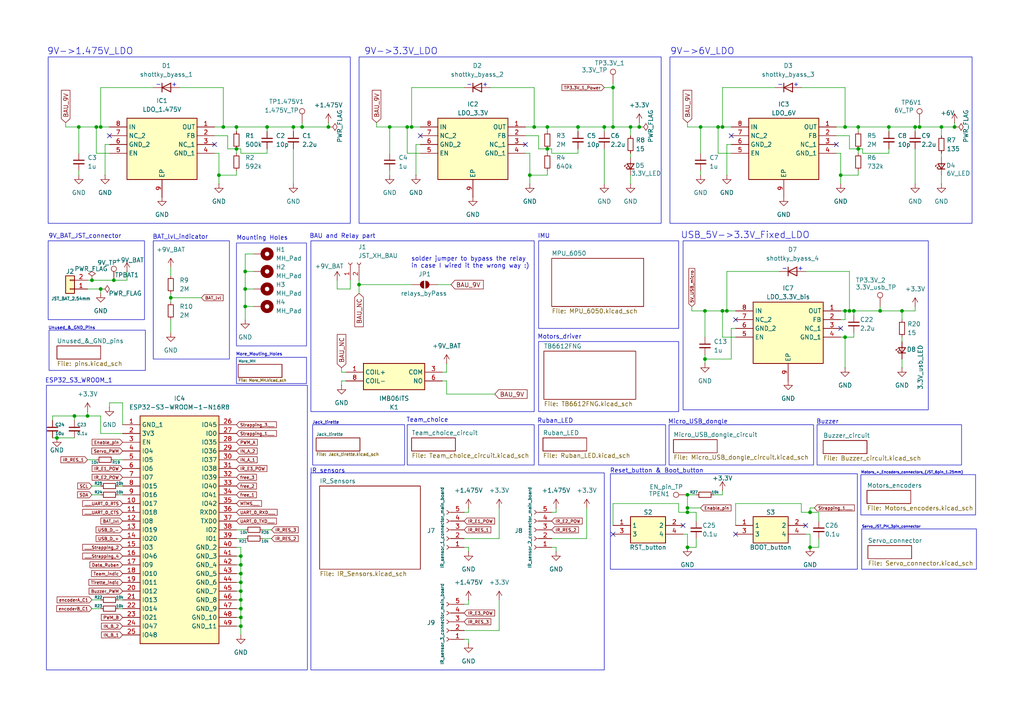
<source format=kicad_sch>
(kicad_sch (version 20250114) (generator "eeschema") (generator_version "9.0")
  (paper "A4")
  (rectangle (start 104.14 16.51) (end 191.77 64.77))
  (rectangle (start 194.31 16.51) (end 281.94 64.77))
  (rectangle (start 90.17 137.16) (end 175.26 194.31))
  (rectangle (start 194.056 123.19) (end 235.966 134.874))
  (rectangle (start 14.224 95.758) (end 42.164 107.442))
  (rectangle (start 90.678 123.19) (end 117.348 134.874))
  (rectangle (start 249.936 153.416) (end 283.21 165.1))
  (rectangle (start 13.97 69.85) (end 41.91 92.71))
  (rectangle (start 44.45 69.85) (end 66.548 104.14))
  (rectangle (start 68.58 103.632) (end 88.9 111.252))
  (rectangle (start 13.462 111.76) (end 89.154 194.31))
  (rectangle (start 118.11 123.19) (end 154.94 134.874))
  (rectangle (start 198.12 69.85) (end 269.24 118.872))
  (rectangle (start 236.982 123.19) (end 278.892 134.874))
  (rectangle (start 177.038 137.414) (end 248.666 165.1))
  (rectangle (start 156.21 69.85) (end 196.85 95.25))
  (rectangle (start 156.21 99.06) (end 196.85 119.38))
  (rectangle (start 156.21 123.19) (end 193.04 134.874))
  (rectangle (start 68.58 70.485) (end 88.9 100.33))
  (rectangle (start 249.682 137.668) (end 282.956 149.352))
  (rectangle (start 13.97 16.51) (end 101.6 64.77))
  (rectangle (start 90.17 69.85) (end 154.94 119.38))
  (text "+" (at 230.886 24.638 0) (effects (font (size 1.27 1.27))))
  (text "9V->6V_LDO" (at 203.708 14.986 0) (effects (font (size 1.905 1.905))))
  (text "Motors_driver" (at 162.306 97.79 0) (effects (font (size 1.27 1.27))))
  (text "+" (at 50.546 24.638 0) (effects (font (size 1.27 1.27))))
  (text "USB_5V->3.3V_Fixed_LDO" (at 216.154 68.326 0) (effects (font (size 1.905 1.905))))
  (text "Servo_JST_PH_3pin_connector" (at 249.936 152.908 0) (effects (font (size 0.762 0.762)) (justify left)))
  (text "-" (at 226.314 24.638 0) (effects (font (size 1.27 1.27))))
  (text "solder jumper to bypass the relay \nin case I wired it the wrong way :)" (at 136.398 76.2 0) (effects (font (size 1.27 1.27))))
  (text "Ruban_LED" (at 161.036 122.174 0) (effects (font (size 1.27 1.27))))
  (text "BAU and Relay part " (at 99.822 68.58 0) (effects (font (size 1.27 1.27))))
  (text "IR_sensors" (at 94.996 136.652 0) (effects (font (size 1.27 1.27))))
  (text "-" (at 227.584 77.978 0) (effects (font (size 1.27 1.27))))
  (text "9V->1.475V_LDO" (at 26.162 14.986 0) (effects (font (size 1.905 1.905))))
  (text "IMU" (at 157.734 68.58 0) (effects (font (size 1.27 1.27))))
  (text "9V_BAT_JST_connector\n" (at 24.638 68.58 0) (effects (font (size 1.27 1.27))))
  (text "Team_choice" (at 123.952 121.92 0) (effects (font (size 1.27 1.27))))
  (text "+" (at 140.716 24.638 0) (effects (font (size 1.27 1.27))))
  (text "ESP32_S3_WROOM_1\n" (at 22.86 110.49 0) (effects (font (size 1.27 1.27))))
  (text "Jack_tirette" (at 94.488 122.682 0) (effects (font (size 0.889 0.889))))
  (text "Motors_+_Encoders_connectors_(JST_6pin_1.25mm)" (at 249.682 137.16 0) (effects (font (size 0.762 0.762)) (justify left)))
  (text "-" (at 45.974 24.638 0) (effects (font (size 1.27 1.27))))
  (text "Mounting Holes" (at 68.58 69.85 0) (effects (font (size 1.27 1.27)) (justify left bottom)))
  (text "9V->3.3V_LDO" (at 116.332 14.986 0) (effects (font (size 1.905 1.905))))
  (text "Micro_USB_dongle" (at 202.438 122.428 0) (effects (font (size 1.27 1.27))))
  (text "BAT_lvl_indicator" (at 52.324 68.834 0) (effects (font (size 1.27 1.27))))
  (text "Buzzer" (at 240.03 122.428 0) (effects (font (size 1.27 1.27))))
  (text "More_Mouting_Holes" (at 75.184 102.87 0) (effects (font (size 0.889 0.889))))
  (text "+" (at 232.156 77.978 0) (effects (font (size 1.27 1.27))))
  (text "Unused_&_GND_Pins" (at 20.828 95.25 0) (effects (font (size 0.889 0.889))))
  (text "-" (at 136.144 24.638 0) (effects (font (size 1.27 1.27))))
  (text "Reset_button & Boot_button" (at 190.5 136.652 0) (effects (font (size 1.27 1.27))))
  (junction (at 234.95 148.59))
  (junction (at 273.05 36.83))
  (junction (at 167.64 36.83))
  (junction (at 158.75 36.83))
  (junction (at 118.11 36.83))
  (junction (at 77.47 36.83))
  (junction (at 266.7 36.83))
  (junction (at 29.21 83.82))
  (junction (at 177.8 36.83))
  (junction (at 26.67 81.28))
  (junction (at 245.11 90.17))
  (junction (at 68.58 43.18))
  (junction (at 185.42 36.83))
  (junction (at 29.21 36.83))
  (junction (at 234.95 158.75))
  (junction (at 71.12 78.74))
  (junction (at 210.82 90.17))
  (junction (at 119.38 36.83))
  (junction (at 248.92 43.18))
  (junction (at 95.25 36.83))
  (junction (at 27.94 36.83))
  (junction (at 87.63 36.83))
  (junction (at 199.39 147.32))
  (junction (at 209.55 90.17))
  (junction (at 257.81 36.83))
  (junction (at 69.85 179.07))
  (junction (at 71.12 88.9))
  (junction (at 22.86 36.83))
  (junction (at 69.85 171.45))
  (junction (at 69.85 176.53))
  (junction (at 182.88 36.83))
  (junction (at 69.85 168.91))
  (junction (at 204.47 104.14))
  (junction (at 248.92 36.83))
  (junction (at 276.86 36.83))
  (junction (at 208.28 36.83))
  (junction (at 204.47 90.17))
  (junction (at 16.51 127))
  (junction (at 261.62 90.17))
  (junction (at 33.02 81.28))
  (junction (at 64.77 36.83))
  (junction (at 71.12 83.82))
  (junction (at 177.8 25.4))
  (junction (at 69.85 166.37))
  (junction (at 175.26 36.83))
  (junction (at 247.65 90.17))
  (junction (at 199.39 158.75))
  (junction (at 158.75 43.18))
  (junction (at 245.11 36.83))
  (junction (at 63.5 50.8))
  (junction (at 265.43 36.83))
  (junction (at 69.85 163.83))
  (junction (at 203.2 36.83))
  (junction (at 104.14 82.55))
  (junction (at 69.85 161.29))
  (junction (at 255.27 90.17))
  (junction (at 199.39 148.59))
  (junction (at 85.09 36.83))
  (junction (at 243.84 50.8))
  (junction (at 154.94 36.83))
  (junction (at 68.58 36.83))
  (junction (at 113.03 36.83))
  (junction (at 199.39 143.51))
  (junction (at 209.55 36.83))
  (junction (at 153.67 50.8))
  (junction (at 25.4 120.65))
  (junction (at 21.59 120.65))
  (junction (at 246.38 90.17))
  (junction (at 245.11 97.79))
  (junction (at 49.53 86.36))
  (junction (at 69.85 181.61))
  (junction (at 69.85 173.99))
  (no_connect (at 152.4 41.91))
  (no_connect (at 177.8 154.94))
  (no_connect (at 31.75 39.37))
  (no_connect (at 121.92 39.37))
  (no_connect (at 198.12 152.4))
  (no_connect (at 242.57 41.91))
  (no_connect (at 212.09 39.37))
  (no_connect (at 233.68 152.4))
  (no_connect (at 213.36 92.71))
  (no_connect (at 62.23 41.91))
  (no_connect (at 243.84 95.25))
  (no_connect (at 213.36 154.94))
  (wire (pts (xy 22.86 36.83) (xy 27.94 36.83)))
  (wire (pts (xy 207.01 143.51) (xy 209.55 143.51)))
  (wire (pts (xy 175.26 36.83) (xy 177.8 36.83)))
  (wire (pts (xy 265.43 43.18) (xy 265.43 53.34)))
  (wire (pts (xy 243.84 50.8) (xy 243.84 53.34)))
  (wire (pts (xy 243.84 44.45) (xy 242.57 44.45)))
  (wire (pts (xy 85.09 36.83) (xy 87.63 36.83)))
  (wire (pts (xy 208.28 36.83) (xy 209.55 36.83)))
  (wire (pts (xy 29.21 36.83) (xy 31.75 36.83)))
  (wire (pts (xy 209.55 25.4) (xy 209.55 36.83)))
  (wire (pts (xy 19.05 36.83) (xy 22.86 36.83)))
  (wire (pts (xy 261.62 104.14) (xy 261.62 106.68)))
  (wire (pts (xy 71.12 73.66) (xy 71.12 78.74)))
  (wire (pts (xy 243.84 92.71) (xy 245.11 92.71)))
  (wire (pts (xy 208.28 44.45) (xy 208.28 36.83)))
  (wire (pts (xy 69.85 44.45) (xy 69.85 43.18)))
  (wire (pts (xy 104.14 82.55) (xy 119.38 82.55)))
  (wire (pts (xy 62.23 39.37) (xy 66.04 39.37)))
  (wire (pts (xy 135.89 148.59) (xy 135.89 147.32)))
  (wire (pts (xy 201.93 148.59) (xy 199.39 148.59)))
  (wire (pts (xy 71.12 78.74) (xy 73.66 78.74)))
  (wire (pts (xy 160.02 148.59) (xy 161.29 148.59)))
  (wire (pts (xy 113.03 36.83) (xy 113.03 44.45)))
  (wire (pts (xy 199.39 143.51) (xy 199.39 147.32)))
  (wire (pts (xy 182.88 44.45) (xy 182.88 45.72)))
  (wire (pts (xy 68.58 176.53) (xy 69.85 176.53)))
  (wire (pts (xy 153.67 50.8) (xy 158.75 50.8)))
  (wire (pts (xy 34.29 176.53) (xy 35.56 176.53)))
  (wire (pts (xy 236.22 147.32) (xy 234.95 147.32)))
  (wire (pts (xy 142.24 25.4) (xy 154.94 25.4)))
  (wire (pts (xy 15.24 127) (xy 16.51 127)))
  (wire (pts (xy 203.2 147.32) (xy 199.39 147.32)))
  (wire (pts (xy 69.85 161.29) (xy 68.58 161.29)))
  (wire (pts (xy 27.94 133.35) (xy 25.4 133.35)))
  (wire (pts (xy 213.36 146.05) (xy 232.41 146.05)))
  (wire (pts (xy 129.54 114.3) (xy 143.51 114.3)))
  (wire (pts (xy 120.65 41.91) (xy 121.92 41.91)))
  (wire (pts (xy 265.43 88.9) (xy 265.43 90.17)))
  (wire (pts (xy 257.81 36.83) (xy 257.81 38.1)))
  (wire (pts (xy 158.75 44.45) (xy 158.75 43.18)))
  (wire (pts (xy 15.24 120.65) (xy 15.24 121.92)))
  (wire (pts (xy 175.26 25.4) (xy 177.8 25.4)))
  (wire (pts (xy 129.54 110.49) (xy 129.54 114.3)))
  (wire (pts (xy 210.82 78.74) (xy 210.82 90.17)))
  (wire (pts (xy 21.59 120.65) (xy 21.59 121.92)))
  (wire (pts (xy 29.21 85.09) (xy 29.21 83.82)))
  (wire (pts (xy 161.29 148.59) (xy 161.29 147.32)))
  (wire (pts (xy 69.85 171.45) (xy 69.85 173.99)))
  (wire (pts (xy 245.11 92.71) (xy 245.11 90.17)))
  (wire (pts (xy 134.62 156.21) (xy 144.78 156.21)))
  (wire (pts (xy 247.65 90.17) (xy 255.27 90.17)))
  (wire (pts (xy 203.2 36.83) (xy 203.2 44.45)))
  (wire (pts (xy 177.8 146.05) (xy 196.85 146.05)))
  (wire (pts (xy 29.21 25.4) (xy 29.21 36.83)))
  (wire (pts (xy 161.29 160.02) (xy 161.29 158.75)))
  (wire (pts (xy 153.67 44.45) (xy 152.4 44.45)))
  (wire (pts (xy 201.93 151.13) (xy 201.93 148.59)))
  (wire (pts (xy 99.06 111.76) (xy 99.06 110.49)))
  (wire (pts (xy 196.85 146.05) (xy 196.85 148.59)))
  (wire (pts (xy 69.85 158.75) (xy 69.85 161.29)))
  (wire (pts (xy 261.62 97.79) (xy 261.62 99.06)))
  (wire (pts (xy 68.58 153.67) (xy 71.12 153.67)))
  (wire (pts (xy 242.57 39.37) (xy 246.38 39.37)))
  (wire (pts (xy 118.11 36.83) (xy 119.38 36.83)))
  (wire (pts (xy 95.25 35.56) (xy 95.25 36.83)))
  (wire (pts (xy 29.21 125.73) (xy 29.21 120.65)))
  (wire (pts (xy 160.02 43.18) (xy 158.75 43.18)))
  (wire (pts (xy 68.58 43.18) (xy 66.04 43.18)))
  (wire (pts (xy 68.58 50.8) (xy 68.58 49.53)))
  (wire (pts (xy 29.21 83.82) (xy 25.4 83.82)))
  (wire (pts (xy 77.47 44.45) (xy 69.85 44.45)))
  (wire (pts (xy 30.48 41.91) (xy 31.75 41.91)))
  (wire (pts (xy 68.58 173.99) (xy 69.85 173.99)))
  (wire (pts (xy 100.33 107.95) (xy 99.06 107.95)))
  (wire (pts (xy 101.6 83.82) (xy 97.79 83.82)))
  (wire (pts (xy 71.12 83.82) (xy 73.66 83.82)))
  (wire (pts (xy 182.88 36.83) (xy 182.88 39.37)))
  (wire (pts (xy 170.18 147.32) (xy 170.18 156.21)))
  (wire (pts (xy 210.82 78.74) (xy 226.06 78.74)))
  (wire (pts (xy 29.21 25.4) (xy 44.45 25.4)))
  (wire (pts (xy 66.04 43.18) (xy 66.04 39.37)))
  (wire (pts (xy 27.94 44.45) (xy 27.94 36.83)))
  (wire (pts (xy 255.27 90.17) (xy 261.62 90.17)))
  (wire (pts (xy 257.81 36.83) (xy 265.43 36.83)))
  (wire (pts (xy 156.21 43.18) (xy 156.21 39.37)))
  (wire (pts (xy 26.67 140.97) (xy 29.21 140.97)))
  (wire (pts (xy 177.8 152.4) (xy 177.8 146.05)))
  (wire (pts (xy 158.75 43.18) (xy 156.21 43.18)))
  (wire (pts (xy 154.94 36.83) (xy 154.94 25.4)))
  (wire (pts (xy 104.14 82.55) (xy 104.14 85.09)))
  (wire (pts (xy 77.47 36.83) (xy 77.47 38.1)))
  (wire (pts (xy 22.86 36.83) (xy 22.86 44.45)))
  (wire (pts (xy 246.38 90.17) (xy 246.38 78.74)))
  (wire (pts (xy 185.42 35.56) (xy 185.42 36.83)))
  (wire (pts (xy 199.39 143.51) (xy 201.93 143.51)))
  (wire (pts (xy 120.65 50.8) (xy 120.65 41.91)))
  (wire (pts (xy 68.58 171.45) (xy 69.85 171.45)))
  (wire (pts (xy 69.85 166.37) (xy 69.85 168.91)))
  (wire (pts (xy 203.2 36.83) (xy 208.28 36.83)))
  (wire (pts (xy 201.93 156.21) (xy 201.93 158.75)))
  (wire (pts (xy 135.89 158.75) (xy 134.62 158.75)))
  (wire (pts (xy 204.47 104.14) (xy 204.47 105.41)))
  (wire (pts (xy 26.67 176.53) (xy 29.21 176.53)))
  (wire (pts (xy 167.64 44.45) (xy 160.02 44.45)))
  (wire (pts (xy 104.14 81.28) (xy 104.14 82.55)))
  (wire (pts (xy 119.38 36.83) (xy 121.92 36.83)))
  (wire (pts (xy 204.47 102.87) (xy 204.47 104.14)))
  (wire (pts (xy 35.56 123.19) (xy 35.56 116.84)))
  (wire (pts (xy 121.92 44.45) (xy 118.11 44.45)))
  (wire (pts (xy 128.27 110.49) (xy 129.54 110.49)))
  (wire (pts (xy 68.58 163.83) (xy 69.85 163.83)))
  (wire (pts (xy 175.26 36.83) (xy 175.26 38.1)))
  (wire (pts (xy 99.06 107.95) (xy 99.06 106.68)))
  (wire (pts (xy 167.64 36.83) (xy 167.64 38.1)))
  (wire (pts (xy 158.75 50.8) (xy 158.75 49.53)))
  (wire (pts (xy 276.86 35.56) (xy 276.86 36.83)))
  (wire (pts (xy 63.5 50.8) (xy 63.5 53.34)))
  (wire (pts (xy 119.38 25.4) (xy 119.38 36.83)))
  (wire (pts (xy 69.85 163.83) (xy 69.85 166.37)))
  (wire (pts (xy 85.09 43.18) (xy 85.09 53.34)))
  (wire (pts (xy 118.11 44.45) (xy 118.11 36.83)))
  (wire (pts (xy 77.47 43.18) (xy 77.47 44.45)))
  (wire (pts (xy 200.66 90.17) (xy 200.66 88.9)))
  (wire (pts (xy 245.11 97.79) (xy 245.11 106.68)))
  (wire (pts (xy 71.12 78.74) (xy 71.12 83.82)))
  (wire (pts (xy 69.85 43.18) (xy 68.58 43.18)))
  (wire (pts (xy 200.66 90.17) (xy 204.47 90.17)))
  (wire (pts (xy 25.4 119.38) (xy 25.4 120.65)))
  (wire (pts (xy 233.68 154.94) (xy 234.95 154.94)))
  (wire (pts (xy 213.36 152.4) (xy 213.36 146.05)))
  (wire (pts (xy 135.89 185.42) (xy 134.62 185.42)))
  (wire (pts (xy 109.22 36.83) (xy 109.22 35.56)))
  (wire (pts (xy 161.29 158.75) (xy 160.02 158.75)))
  (wire (pts (xy 144.78 147.32) (xy 144.78 156.21)))
  (wire (pts (xy 153.67 50.8) (xy 153.67 53.34)))
  (wire (pts (xy 204.47 90.17) (xy 209.55 90.17)))
  (wire (pts (xy 25.4 81.28) (xy 26.67 81.28)))
  (wire (pts (xy 237.49 156.21) (xy 237.49 158.75)))
  (wire (pts (xy 247.65 96.52) (xy 247.65 97.79)))
  (wire (pts (xy 198.12 154.94) (xy 199.39 154.94)))
  (wire (pts (xy 273.05 50.8) (xy 273.05 53.34)))
  (wire (pts (xy 63.5 50.8) (xy 68.58 50.8)))
  (wire (pts (xy 71.12 88.9) (xy 71.12 92.71)))
  (wire (pts (xy 175.26 43.18) (xy 175.26 53.34)))
  (wire (pts (xy 87.63 36.83) (xy 95.25 36.83)))
  (wire (pts (xy 49.53 86.36) (xy 49.53 87.63)))
  (wire (pts (xy 234.95 148.59) (xy 234.95 147.32)))
  (wire (pts (xy 19.05 36.83) (xy 19.05 35.56)))
  (wire (pts (xy 152.4 39.37) (xy 156.21 39.37)))
  (wire (pts (xy 69.85 181.61) (xy 69.85 184.15)))
  (wire (pts (xy 26.67 173.99) (xy 29.21 173.99)))
  (wire (pts (xy 34.29 173.99) (xy 35.56 173.99)))
  (wire (pts (xy 76.2 153.67) (xy 78.74 153.67)))
  (wire (pts (xy 52.07 25.4) (xy 64.77 25.4)))
  (wire (pts (xy 30.48 50.8) (xy 30.48 41.91)))
  (wire (pts (xy 33.02 133.35) (xy 35.56 133.35)))
  (wire (pts (xy 212.09 44.45) (xy 208.28 44.45)))
  (wire (pts (xy 21.59 120.65) (xy 15.24 120.65)))
  (wire (pts (xy 69.85 179.07) (xy 69.85 181.61)))
  (wire (pts (xy 209.55 25.4) (xy 224.79 25.4)))
  (wire (pts (xy 245.11 97.79) (xy 247.65 97.79)))
  (wire (pts (xy 210.82 41.91) (xy 212.09 41.91)))
  (wire (pts (xy 68.58 156.21) (xy 71.12 156.21)))
  (wire (pts (xy 247.65 90.17) (xy 247.65 91.44)))
  (wire (pts (xy 87.63 35.56) (xy 87.63 36.83)))
  (wire (pts (xy 237.49 151.13) (xy 237.49 148.59)))
  (wire (pts (xy 36.83 81.28) (xy 36.83 78.74)))
  (wire (pts (xy 158.75 36.83) (xy 158.75 38.1)))
  (wire (pts (xy 273.05 36.83) (xy 273.05 39.37)))
  (wire (pts (xy 69.85 161.29) (xy 69.85 163.83)))
  (wire (pts (xy 167.64 36.83) (xy 175.26 36.83)))
  (wire (pts (xy 26.67 81.28) (xy 33.02 81.28)))
  (wire (pts (xy 71.12 83.82) (xy 71.12 88.9)))
  (wire (pts (xy 255.27 88.9) (xy 255.27 90.17)))
  (wire (pts (xy 71.12 73.66) (xy 73.66 73.66)))
  (wire (pts (xy 68.58 44.45) (xy 68.58 43.18)))
  (wire (pts (xy 154.94 36.83) (xy 158.75 36.83)))
  (wire (pts (xy 134.62 175.26) (xy 135.89 175.26)))
  (wire (pts (xy 209.55 143.51) (xy 209.55 142.24)))
  (wire (pts (xy 62.23 36.83) (xy 64.77 36.83)))
  (wire (pts (xy 113.03 49.53) (xy 113.03 50.8)))
  (wire (pts (xy 246.38 90.17) (xy 247.65 90.17)))
  (wire (pts (xy 177.8 25.4) (xy 177.8 36.83)))
  (wire (pts (xy 135.89 160.02) (xy 135.89 158.75)))
  (wire (pts (xy 250.19 43.18) (xy 248.92 43.18)))
  (wire (pts (xy 203.2 49.53) (xy 203.2 50.8)))
  (wire (pts (xy 167.64 43.18) (xy 167.64 44.45)))
  (wire (pts (xy 237.49 158.75) (xy 234.95 158.75)))
  (wire (pts (xy 201.93 158.75) (xy 199.39 158.75)))
  (wire (pts (xy 69.85 173.99) (xy 69.85 176.53)))
  (wire (pts (xy 68.58 36.83) (xy 68.58 38.1)))
  (wire (pts (xy 196.85 148.59) (xy 199.39 148.59)))
  (wire (pts (xy 246.38 43.18) (xy 246.38 39.37)))
  (wire (pts (xy 68.58 166.37) (xy 69.85 166.37)))
  (wire (pts (xy 232.41 148.59) (xy 234.95 148.59)))
  (wire (pts (xy 49.53 86.36) (xy 58.42 86.36)))
  (wire (pts (xy 199.39 148.59) (xy 199.39 147.32)))
  (wire (pts (xy 242.57 36.83) (xy 245.11 36.83)))
  (wire (pts (xy 261.62 90.17) (xy 261.62 92.71)))
  (wire (pts (xy 243.84 90.17) (xy 245.11 90.17)))
  (wire (pts (xy 199.39 154.94) (xy 199.39 158.75)))
  (wire (pts (xy 234.95 154.94) (xy 234.95 158.75)))
  (wire (pts (xy 182.88 50.8) (xy 182.88 53.34)))
  (wire (pts (xy 35.56 125.73) (xy 29.21 125.73)))
  (wire (pts (xy 160.02 156.21) (xy 170.18 156.21)))
  (wire (pts (xy 237.49 148.59) (xy 234.95 148.59)))
  (wire (pts (xy 257.81 44.45) (xy 250.19 44.45)))
  (wire (pts (xy 69.85 176.53) (xy 69.85 179.07)))
  (wire (pts (xy 135.89 186.69) (xy 135.89 185.42)))
  (wire (pts (xy 144.78 173.99) (xy 144.78 182.88)))
  (wire (pts (xy 177.8 24.13) (xy 177.8 25.4)))
  (wire (pts (xy 71.12 88.9) (xy 73.66 88.9)))
  (wire (pts (xy 119.38 25.4) (xy 134.62 25.4)))
  (wire (pts (xy 199.39 36.83) (xy 203.2 36.83)))
  (wire (pts (xy 243.84 50.8) (xy 248.92 50.8)))
  (wire (pts (xy 26.67 143.51) (xy 29.21 143.51)))
  (wire (pts (xy 204.47 90.17) (xy 204.47 97.79)))
  (wire (pts (xy 49.53 92.71) (xy 49.53 96.52)))
  (wire (pts (xy 29.21 120.65) (xy 25.4 120.65)))
  (wire (pts (xy 266.7 35.56) (xy 266.7 36.83)))
  (wire (pts (xy 212.09 104.14) (xy 212.09 95.25)))
  (wire (pts (xy 209.55 90.17) (xy 210.82 90.17)))
  (wire (pts (xy 34.29 140.97) (xy 35.56 140.97)))
  (wire (pts (xy 245.11 36.83) (xy 248.92 36.83)))
  (wire (pts (xy 127 82.55) (xy 130.81 82.55)))
  (wire (pts (xy 76.2 156.21) (xy 78.74 156.21)))
  (wire (pts (xy 248.92 50.8) (xy 248.92 49.53)))
  (wire (pts (xy 250.19 44.45) (xy 250.19 43.18)))
  (wire (pts (xy 134.62 182.88) (xy 144.78 182.88)))
  (wire (pts (xy 273.05 44.45) (xy 273.05 45.72)))
  (wire (pts (xy 266.7 36.83) (xy 273.05 36.83)))
  (wire (pts (xy 68.58 36.83) (xy 77.47 36.83)))
  (wire (pts (xy 25.4 120.65) (xy 21.59 120.65)))
  (wire (pts (xy 233.68 78.74) (xy 246.38 78.74)))
  (wire (pts (xy 153.67 44.45) (xy 153.67 50.8)))
  (wire (pts (xy 248.92 36.83) (xy 257.81 36.83)))
  (wire (pts (xy 261.62 90.17) (xy 265.43 90.17)))
  (wire (pts (xy 109.22 36.83) (xy 113.03 36.83)))
  (wire (pts (xy 135.89 175.26) (xy 135.89 173.99)))
  (wire (pts (xy 68.58 181.61) (xy 69.85 181.61)))
  (wire (pts (xy 31.75 44.45) (xy 27.94 44.45)))
  (wire (pts (xy 99.06 110.49) (xy 100.33 110.49)))
  (wire (pts (xy 63.5 44.45) (xy 63.5 50.8)))
  (wire (pts (xy 134.62 148.59) (xy 135.89 148.59)))
  (wire (pts (xy 22.86 49.53) (xy 22.86 50.8)))
  (wire (pts (xy 248.92 44.45) (xy 248.92 43.18)))
  (wire (pts (xy 49.53 85.09) (xy 49.53 86.36)))
  (wire (pts (xy 243.84 44.45) (xy 243.84 50.8)))
  (wire (pts (xy 85.09 36.83) (xy 85.09 38.1)))
  (wire (pts (xy 16.51 127) (xy 21.59 127)))
  (wire (pts (xy 35.56 116.84) (xy 31.75 116.84)))
  (wire (pts (xy 248.92 36.83) (xy 248.92 38.1)))
  (wire (pts (xy 232.41 146.05) (xy 232.41 148.59)))
  (wire (pts (xy 68.58 158.75) (xy 69.85 158.75)))
  (wire (pts (xy 160.02 44.45) (xy 160.02 43.18)))
  (wire (pts (xy 177.8 36.83) (xy 182.88 36.83)))
  (wire (pts (xy 69.85 168.91) (xy 69.85 171.45)))
  (wire (pts (xy 97.79 81.28) (xy 97.79 83.82)))
  (wire (pts (xy 245.11 97.79) (xy 243.84 97.79)))
  (wire (pts (xy 245.11 36.83) (xy 245.11 25.4)))
  (wire (pts (xy 152.4 36.83) (xy 154.94 36.83)))
  (wire (pts (xy 213.36 97.79) (xy 209.55 97.79)))
  (wire (pts (xy 68.58 179.07) (xy 69.85 179.07)))
  (wire (pts (xy 34.29 143.51) (xy 35.56 143.51)))
  (wire (pts (xy 77.47 36.83) (xy 85.09 36.83)))
  (wire (pts (xy 182.88 36.83) (xy 185.42 36.83)))
  (wire (pts (xy 248.92 43.18) (xy 246.38 43.18)))
  (wire (pts (xy 113.03 36.83) (xy 118.11 36.83)))
  (wire (pts (xy 158.75 36.83) (xy 167.64 36.83)))
  (wire (pts (xy 33.02 81.28) (xy 36.83 81.28)))
  (wire (pts (xy 210.82 50.8) (xy 210.82 41.91)))
  (wire (pts (xy 265.43 36.83) (xy 266.7 36.83)))
  (wire (pts (xy 129.54 105.41) (xy 129.54 107.95)))
  (wire (pts (xy 68.58 168.91) (xy 69.85 168.91)))
  (wire (pts (xy 128.27 107.95) (xy 129.54 107.95)))
  (wire (pts (xy 209.55 97.79) (xy 209.55 90.17)))
  (wire (pts (xy 273.05 36.83) (xy 276.86 36.83)))
  (wire (pts (xy 232.41 25.4) (xy 245.11 25.4)))
  (wire (pts (xy 210.82 90.17) (xy 213.36 90.17)))
  (wire (pts (xy 265.43 36.83) (xy 265.43 38.1)))
  (wire (pts (xy 49.53 77.47) (xy 49.53 80.01)))
  (wire (pts (xy 101.6 81.28) (xy 101.6 83.82)))
  (wire (pts (xy 204.47 104.14) (xy 212.09 104.14)))
  (wire (pts (xy 64.77 36.83) (xy 68.58 36.83)))
  (wire (pts (xy 63.5 44.45) (xy 62.23 44.45)))
  (wire (pts (xy 212.09 95.25) (xy 213.36 95.25)))
  (wire (pts (xy 64.77 36.83) (xy 64.77 25.4)))
  (wire (pts (xy 257.81 43.18) (xy 257.81 44.45)))
  (wire (pts (xy 27.94 36.83) (xy 29.21 36.83)))
  (wire (pts (xy 209.55 36.83) (xy 212.09 36.83)))
  (wire (pts (xy 245.11 90.17) (xy 246.38 90.17)))
  (wire (pts (xy 199.39 36.83) (xy 199.39 35.56)))
  (wire (pts (xy 31.75 116.84) (xy 31.75 118.11)))
  (global_label "BAU_9V" (shape input) (at 19.05 35.56 90) (property "Intersheetrefs" "${INTERSHEET_REFS}" (effects (hide yes))))
  (global_label "IR_RES_2" (shape input) (at 78.74 156.21 0) (effects (font (size 0.889 0.889))) (property "Intersheetrefs" "${INTERSHEET_REFS}" (effects (hide yes))))
  (global_label "IN_A_2" (shape input) (at 68.58 130.81 0) (effects (font (size 0.889 0.889))) (property "Intersheetrefs" "${INTERSHEET_REFS}" (effects (hide yes))))
  (global_label "encoderB_C1" (shape input) (at 26.67 176.53 180) (effects (font (size 0.889 0.889))) (property "Intersheetrefs" "${INTERSHEET_REFS}" (effects (hide yes))))
  (global_label "free_3" (shape input) (at 68.58 138.43 0) (effects (font (size 0.889 0.889))) (property "Intersheetrefs" "${INTERSHEET_REFS}" (effects (hide yes))))
  (global_label "IR_E3_POW" (shape input) (at 134.62 177.8 0) (effects (font (size 0.889 0.889))) (property "Intersheetrefs" "${INTERSHEET_REFS}" (effects (hide yes))))
  (global_label "IR_RES_1" (shape input) (at 134.62 153.67 0) (effects (font (size 0.889 0.889))) (property "Intersheetrefs" "${INTERSHEET_REFS}" (effects (hide yes))))
  (global_label "free_1" (shape input) (at 68.58 143.51 0) (effects (font (size 0.889 0.889))) (property "Intersheetrefs" "${INTERSHEET_REFS}" (effects (hide yes))))
  (global_label "BAU_9V" (shape input) (at 109.22 35.56 90) (property "Intersheetrefs" "${INTERSHEET_REFS}" (effects (hide yes))))
  (global_label "BAU_NC" (shape input) (at 99.06 106.68 90) (property "Intersheetrefs" "${INTERSHEET_REFS}" (effects (hide yes))))
  (global_label "BAU_9V" (shape input) (at 199.39 35.56 90) (property "Intersheetrefs" "${INTERSHEET_REFS}" (effects (hide yes))))
  (global_label "PWM_B" (shape input) (at 35.56 179.07 180) (effects (font (size 0.889 0.889))) (property "Intersheetrefs" "${INTERSHEET_REFS}" (effects (hide yes))))
  (global_label "Enable_pin" (shape input) (at 35.56 128.27 180) (effects (font (size 0.889 0.889))) (property "Intersheetrefs" "${INTERSHEET_REFS}" (effects (hide yes))))
  (global_label "IR_E2_POW" (shape input) (at 160.02 151.13 0) (effects (font (size 0.889 0.889))) (property "Intersheetrefs" "${INTERSHEET_REFS}" (effects (hide yes))))
  (global_label "IN_B_1" (shape input) (at 35.56 184.15 180) (effects (font (size 0.889 0.889))) (property "Intersheetrefs" "${INTERSHEET_REFS}" (effects (hide yes))))
  (global_label "Team_indic" (shape input) (at 35.56 166.37 180) (effects (font (size 0.889 0.889))) (property "Intersheetrefs" "${INTERSHEET_REFS}" (effects (hide yes))))
  (global_label "IN_A_1" (shape input) (at 68.58 133.35 0) (effects (font (size 0.889 0.889))) (property "Intersheetrefs" "${INTERSHEET_REFS}" (effects (hide yes))))
  (global_label "BAT_lvl" (shape input) (at 58.42 86.36 0) (effects (font (size 0.889 0.889))) (property "Intersheetrefs" "${INTERSHEET_REFS}" (effects (hide yes))))
  (global_label "TP3.3V_1_Power" (shape input) (at 175.26 25.4 180) (effects (font (size 0.889 0.889))) (property "Intersheetrefs" "${INTERSHEET_REFS}" (effects (hide yes))))
  (global_label "BAU_9V" (shape input) (at 143.51 114.3 0) (property "Intersheetrefs" "${INTERSHEET_REFS}" (effects (hide yes))))
  (global_label "Buzzer_PWM" (shape input) (at 35.56 171.45 180) (effects (font (size 0.889 0.889))) (property "Intersheetrefs" "${INTERSHEET_REFS}" (effects (hide yes))))
  (global_label "USB_D_-" (shape input) (at 35.56 153.67 180) (effects (font (size 0.889 0.889))) (property "Intersheetrefs" "${INTERSHEET_REFS}" (effects (hide yes))))
  (global_label "MTMS___" (shape input) (at 68.58 146.05 0) (effects (font (size 0.889 0.889))) (property "Intersheetrefs" "${INTERSHEET_REFS}" (effects (hide yes))))
  (global_label "5V_USB_micro" (shape input) (at 200.66 88.9 90) (effects (font (size 0.889 0.889))) (property "Intersheetrefs" "${INTERSHEET_REFS}" (effects (hide yes))))
  (global_label "IR_RES_3" (shape input) (at 134.62 180.34 0) (effects (font (size 0.889 0.889))) (property "Intersheetrefs" "${INTERSHEET_REFS}" (effects (hide yes))))
  (global_label "free_2" (shape input) (at 68.58 140.97 0) (effects (font (size 0.889 0.889))) (property "Intersheetrefs" "${INTERSHEET_REFS}" (effects (hide yes))))
  (global_label "Tirette_indic" (shape input) (at 35.56 168.91 180) (effects (font (size 0.889 0.889))) (property "Intersheetrefs" "${INTERSHEET_REFS}" (effects (hide yes))))
  (global_label "SDA" (shape input) (at 26.67 143.51 180) (effects (font (size 0.889 0.889))) (property "Intersheetrefs" "${INTERSHEET_REFS}" (effects (hide yes))))
  (global_label "SCL" (shape input) (at 26.67 140.97 180) (effects (font (size 0.889 0.889))) (property "Intersheetrefs" "${INTERSHEET_REFS}" (effects (hide yes))))
  (global_label "BAU_9V" (shape input) (at 130.81 82.55 0) (property "Intersheetrefs" "${INTERSHEET_REFS}" (effects (hide yes))))
  (global_label "Data_Ruban" (shape input) (at 35.56 163.83 180) (effects (font (size 0.889 0.889))) (property "Intersheetrefs" "${INTERSHEET_REFS}" (effects (hide yes))))
  (global_label "Strapping_1___" (shape input) (at 68.58 125.73 0) (effects (font (size 0.889 0.889))) (property "Intersheetrefs" "${INTERSHEET_REFS}" (effects (hide yes))))
  (global_label "IR_RES_2" (shape input) (at 160.02 153.67 0) (effects (font (size 0.889 0.889))) (property "Intersheetrefs" "${INTERSHEET_REFS}" (effects (hide yes))))
  (global_label "BAT_lvl" (shape input) (at 35.56 151.13 180) (effects (font (size 0.889 0.889))) (property "Intersheetrefs" "${INTERSHEET_REFS}" (effects (hide yes))))
  (global_label "IN_B_2" (shape input) (at 35.56 181.61 180) (effects (font (size 0.889 0.889))) (property "Intersheetrefs" "${INTERSHEET_REFS}" (effects (hide yes))))
  (global_label "Strapping_3___" (shape input) (at 68.58 123.19 0) (effects (font (size 0.889 0.889))) (property "Intersheetrefs" "${INTERSHEET_REFS}" (effects (hide yes))))
  (global_label "Servo_PWM" (shape input) (at 35.56 130.81 180) (effects (font (size 0.889 0.889))) (property "Intersheetrefs" "${INTERSHEET_REFS}" (effects (hide yes))))
  (global_label "PWM_A" (shape input) (at 68.58 128.27 0) (effects (font (size 0.889 0.889))) (property "Intersheetrefs" "${INTERSHEET_REFS}" (effects (hide yes))))
  (global_label "encoderA_C1" (shape input) (at 26.67 173.99 180) (effects (font (size 0.889 0.889))) (property "Intersheetrefs" "${INTERSHEET_REFS}" (effects (hide yes))))
  (global_label "IR_RES_3" (shape input) (at 78.74 153.67 0) (effects (font (size 0.889 0.889))) (property "Intersheetrefs" "${INTERSHEET_REFS}" (effects (hide yes))))
  (global_label "IR_E2_POW" (shape input) (at 35.56 138.43 180) (effects (font (size 0.889 0.889))) (property "Intersheetrefs" "${INTERSHEET_REFS}" (effects (hide yes))))
  (global_label "IR_E1_POW" (shape input) (at 134.62 151.13 0) (effects (font (size 0.889 0.889))) (property "Intersheetrefs" "${INTERSHEET_REFS}" (effects (hide yes))))
  (global_label "BAU_NC" (shape input) (at 104.14 85.09 270) (property "Intersheetrefs" "${INTERSHEET_REFS}" (effects (hide yes))))
  (global_label "UART_0_RXD___" (shape input) (at 68.58 148.59 0) (effects (font (size 0.889 0.889))) (property "Intersheetrefs" "${INTERSHEET_REFS}" (effects (hide yes))))
  (global_label "UART_0_TXD___" (shape input) (at 68.58 151.13 0) (effects (font (size 0.889 0.889))) (property "Intersheetrefs" "${INTERSHEET_REFS}" (effects (hide yes))))
  (global_label "___Strapping_4" (shape input) (at 35.56 161.29 180) (effects (font (size 0.889 0.889))) (property "Intersheetrefs" "${INTERSHEET_REFS}" (effects (hide yes))))
  (global_label "USB_D_+" (shape input) (at 35.56 156.21 180) (effects (font (size 0.889 0.889))) (property "Intersheetrefs" "${INTERSHEET_REFS}" (effects (hide yes))))
  (global_label "IR_RES_1" (shape input) (at 25.4 133.35 180) (effects (font (size 0.889 0.889))) (property "Intersheetrefs" "${INTERSHEET_REFS}" (effects (hide yes))))
  (global_label "___Strapping_2" (shape input) (at 35.56 158.75 180) (effects (font (size 0.889 0.889))) (property "Intersheetrefs" "${INTERSHEET_REFS}" (effects (hide yes))))
  (global_label "___UART_0_RTS" (shape input) (at 35.56 146.05 180) (effects (font (size 0.889 0.889))) (property "Intersheetrefs" "${INTERSHEET_REFS}" (effects (hide yes))))
  (global_label "IR_E1_POW" (shape input) (at 35.56 135.89 180) (effects (font (size 0.889 0.889))) (property "Intersheetrefs" "${INTERSHEET_REFS}" (effects (hide yes))))
  (global_label "___UART_0_CTS" (shape input) (at 35.56 148.59 180) (effects (font (size 0.889 0.889))) (property "Intersheetrefs" "${INTERSHEET_REFS}" (effects (hide yes))))
  (global_label "Strapping_1___" (shape input) (at 236.22 147.32 0) (effects (font (size 0.889 0.889))) (property "Intersheetrefs" "${INTERSHEET_REFS}" (effects (hide yes))))
  (global_label "IR_E3_POW" (shape input) (at 68.58 135.89 0) (effects (font (size 0.889 0.889))) (property "Intersheetrefs" "${INTERSHEET_REFS}" (effects (hide yes))))
  (global_label "Enable_pin" (shape input) (at 203.2 147.32 0) (effects (font (size 0.889 0.889))) (property "Intersheetrefs" "${INTERSHEET_REFS}" (effects (hide yes))))
  (symbol (lib_id "power:GND") (at 135.89 186.69 0) (unit 1)
    (property "Reference" "#PWR065" (effects (hide yes)))
    (property "Value" "GND" (at 135.89 191.77 0))
    (property "Description" "Power symbol creates a global label with name \"GND\" , ground" (effects (hide yes)))
  )
  (symbol (lib_id "PAMI-Power_Board_specific_symbols:+3.3V") (at 25.4 119.38 0) (unit 1)
    (property "Reference" "#PWR088" (effects (hide yes)))
    (property "Value" "+3.3V" (at 25.4 114.3 0))
    (property "Description" "Power symbol creates a global label with name \"+3.3V\"" (effects (hide yes)))
  )
  (symbol (lib_id "Connector:TestPoint") (at 255.27 88.9 0) (unit 1)
    (property "Reference" "TP3.3V_2" (at 248.158 81.28 0) (effects (justify left)))
    (property "Value" "3.3V_usb_TP" (at 248.158 83.312 0) (effects (justify left)))
    (property "Footprint" "Test_hooks:S275146R" (effects (hide yes)))
    (property "Description" "test point" (effects (hide yes)))
  )
  (symbol (lib_id "power:GND") (at 265.43 53.34 0) (unit 1)
    (property "Reference" "#PWR021" (effects (hide yes)))
    (property "Value" "GND" (at 265.43 58.42 0))
    (property "Description" "Power symbol creates a global label with name \"GND\" , ground" (effects (hide yes)))
  )
  (symbol (lib_id "power:GND") (at 210.82 50.8 0) (unit 1)
    (property "Reference" "#PWR018" (effects (hide yes)))
    (property "Value" "GND" (at 210.82 55.88 0))
    (property "Description" "Power symbol creates a global label with name \"GND\" , ground" (effects (hide yes)))
  )
  (symbol (lib_id "Device:C_Small") (at 15.24 124.46 0) (unit 1)
    (property "Reference" "C24" (at 16.002 123.19 0) (effects (font (size 0.889 0.889)) (justify left)))
    (property "Value" "10u" (at 16.002 125.73 0) (effects (font (size 0.889 0.889)) (justify left)))
    (property "Footprint" "Capacitor_SMD:C_0805_2012Metric_Pad1.18x1.45mm_HandSolder" (effects (hide yes)))
    (property "Description" "Unpolarized capacitor, small symbol" (effects (hide yes)))
  )
  (symbol (lib_id "power:GND") (at 120.65 50.8 0) (unit 1)
    (property "Reference" "#PWR012" (effects (hide yes)))
    (property "Value" "GND" (at 120.65 55.88 0))
    (property "Description" "Power symbol creates a global label with name \"GND\" , ground" (effects (hide yes)))
  )
  (symbol (lib_id "Mechanical:MountingHole_Pad") (at 76.2 78.74 270) (unit 1)
    (property "Reference" "H2" (at 80.01 77.4699 90) (effects (justify left)))
    (property "Value" "MH_Pad" (at 80.01 80.0099 90) (effects (justify left)))
    (property "Footprint" "MountingHole:MountingHole_2.2mm_M2_Pad_Via" (effects (hide yes)))
  )
  (symbol (lib_id "Device:D") (at 138.43 25.4 0) (unit 1)
    (property "Reference" "D2" (at 138.43 19.05 0))
    (property "Value" "shottky_byass_2" (at 138.43 21.59 0))
    (property "Footprint" "Shottky_diode_BAT20JFILM:SOD2512X113N" (effects (hide yes)))
    (property "Description" "Diode" (effects (hide yes)))
    (property "Sim.Device" "D" (effects (hide yes)))
    (property "Sim.Pins" "1=K 2=A" (effects (hide yes)))
  )
  (symbol (lib_id "PAMI-Power_Board_specific_symbols:+3.3V") (at 144.78 147.32 0) (unit 1)
    (property "Reference" "#PWR060" (effects (hide yes)))
    (property "Value" "+3.3V" (at 144.78 142.24 0))
    (property "Description" "Power symbol creates a global label with name \"+3.3V\"" (effects (hide yes)))
  )
  (symbol (lib_id "PAMI-TLV76701DGNR_LDO:TLV76701DGNR") (at 152.4 36.83 0) (mirror y) (unit 1)
    (property "Reference" "IC2" (at 137.16 30.226 0))
    (property "Value" "LDO_3.3V" (at 137.16 32.766 0))
    (property "Footprint" "LDO_TLV76701DGNR:SOP65P490X110-9N" (effects (hide yes)))
    (property "Datasheet" "https://www.ti.com/lit/ds/symlink/tlv767.pdf?ts=1634721803014&ref_url=https%253A%252F%252Fwww.ti.com%252Fproduct%252FTLV767" (effects (hide yes)))
    (property "Description" "Linear Voltage Regulators Adjustable- and fixed-output, 1-A, 16-V, positive-voltage low-dropout (LDO) linear regulator 8-HVSSOP -40 to 125" (effects (hide yes)))
    (property "Height" "1.1" (effects (hide yes)))
    (property "Manufacturer_Name" "Texas Instruments" (effects (hide yes)))
    (property "Manufacturer_Part_Number" "TLV76701DGNR" (effects (hide yes)))
    (property "Mouser Part Number" "595-TLV76701DGNR" (effects (hide yes)))
    (property "Mouser Price/Stock" "https://www.mouser.co.uk/ProductDetail/Texas-Instruments/TLV76701DGNR?qs=QNEnbhJQKvYlzprjZl22mQ%3D%3D" (effects (hide yes)))
    (property "Arrow Part Number" "TLV76701DGNR" (effects (hide yes)))
    (property "Arrow Price/Stock" "https://www.arrow.com/en/products/tlv76701dgnr/texas-instruments?region=nac" (effects (hide yes)))
  )
  (symbol (lib_id "Connector:Conn_01x05_Socket") (at 129.54 153.67 180) (unit 1)
    (property "Reference" "J7" (at 126.238 153.924 0) (effects (justify left)))
    (property "Value" "IR_sensor_1_connector_main_board" (at 128.27 141.224 90) (effects (font (size 0.889 0.889)) (justify left)))
    (property "Footprint" "JST_Connectors:JST_ZH_1x05_P1.50mm_Vertical" (effects (hide yes)))
    (property "Description" "Generic connector, single row, 01x05, script generated" (effects (hide yes)))
  )
  (symbol (lib_id "Device:C_Small") (at 247.65 93.98 0) (unit 1)
    (property "Reference" "C22" (at 249.428 92.71 0) (effects (justify left)))
    (property "Value" "2.2u" (at 249.428 95.25 0) (effects (justify left)))
    (property "Footprint" "Capacitor_SMD:C_0805_2012Metric_Pad1.18x1.45mm_HandSolder" (effects (hide yes)))
    (property "Description" "Unpolarized capacitor, small symbol" (effects (hide yes)))
  )
  (symbol (lib_id "Mechanical:MountingHole_Pad") (at 76.2 73.66 270) (unit 1)
    (property "Reference" "H1" (at 80.01 72.3899 90) (effects (justify left)))
    (property "Value" "MH_Pad" (at 80.01 74.9299 90) (effects (justify left)))
    (property "Footprint" "MountingHole:MountingHole_2.2mm_M2_Pad_Via" (effects (hide yes)))
  )
  (symbol (lib_id "Device:LED_Small") (at 261.62 101.6 90) (unit 1)
    (property "Reference" "D8" (at 265.684 101.346 90) (effects (justify left)))
    (property "Value" "3.3V_usb_LED" (at 266.954 113.03 0) (effects (justify left)))
    (property "Footprint" "LEDs_ASCKCG00-NW5X5020302:ASCKCG00NW5X5020302" (effects (hide yes)))
    (property "Description" "Light emitting diode, small symbol" (effects (hide yes)))
  )
  (symbol (lib_id "Device:R_Small") (at 31.75 176.53 90) (mirror x) (unit 1)
    (property "Reference" "R23" (at 29.718 175.768 90) (effects (font (size 0.762 0.762)) (justify left)))
    (property "Value" "10k" (at 35.814 175.768 90) (effects (font (size 0.762 0.762)) (justify left)))
    (property "Footprint" "Resistor_SMD:R_0805_2012Metric_Pad1.20x1.40mm_HandSolder" (effects (hide yes)))
    (property "Description" "Resistor, small symbol" (effects (hide yes)))
  )
  (symbol (lib_id "Connector:Conn_01x05_Socket") (at 129.54 180.34 180) (unit 1)
    (property "Reference" "J9" (at 126.238 180.594 0) (effects (justify left)))
    (property "Value" "IR_sensor_3_connector_main_board" (at 128.27 169.164 90) (effects (font (size 0.889 0.889)) (justify left)))
    (property "Footprint" "JST_Connectors:JST_ZH_1x05_P1.50mm_Vertical" (effects (hide yes)))
    (property "Description" "Generic connector, single row, 01x05, script generated" (effects (hide yes)))
  )
  (symbol (lib_id "power:GND") (at 49.53 96.52 0) (unit 1)
    (property "Reference" "#PWR026" (effects (hide yes)))
    (property "Value" "GND" (at 49.53 101.6 0))
    (property "Description" "Power symbol creates a global label with name \"GND\" , ground" (effects (hide yes)))
  )
  (symbol (lib_id "power:GND") (at 234.95 158.75 0) (unit 1)
    (property "Reference" "#PWR095" (effects (hide yes)))
    (property "Value" "GND" (at 234.95 163.83 0))
    (property "Description" "Power symbol creates a global label with name \"GND\" , ground" (effects (hide yes)))
  )
  (symbol (lib_id "Device:C_Small") (at 85.09 40.64 0) (unit 1)
    (property "Reference" "C1" (at 87.63 39.3762 0) (effects (justify left)))
    (property "Value" "2.2u" (at 87.63 41.9162 0) (effects (justify left)))
    (property "Footprint" "Capacitor_SMD:C_0805_2012Metric_Pad1.18x1.45mm_HandSolder" (effects (hide yes)))
    (property "Description" "Unpolarized capacitor, small symbol" (effects (hide yes)))
  )
  (symbol (lib_id "power:GND") (at 204.47 105.41 0) (unit 1)
    (property "Reference" "#PWR051" (effects (hide yes)))
    (property "Value" "GND" (at 204.47 110.49 0))
    (property "Description" "Power symbol creates a global label with name \"GND\" , ground" (effects (hide yes)))
  )
  (symbol (lib_id "Connector:TestPoint") (at 266.7 35.56 0) (unit 1)
    (property "Reference" "TP6V1" (at 261.366 29.718 0) (effects (justify left)))
    (property "Value" "6V_TP" (at 259.334 32.004 0) (effects (justify left)))
    (property "Footprint" "Test_hooks:S275146R" (effects (hide yes)))
    (property "Description" "test point" (effects (hide yes)))
  )
  (symbol (lib_id "power:PWR_FLAG") (at 26.67 81.28 0) (unit 1)
    (property "Reference" "#FLG01" (effects (hide yes)))
    (property "Value" "PWR_FLAG" (at 26.416 77.978 0))
    (property "Description" "Special symbol for telling ERC where power comes from" (effects (hide yes)))
  )
  (symbol (lib_id "Device:R_Small") (at 30.48 133.35 270) (mirror x) (unit 1)
    (property "Reference" "R19" (at 32.512 134.112 90) (effects (font (size 0.762 0.762)) (justify left)))
    (property "Value" "10k" (at 26.416 134.112 90) (effects (font (size 0.762 0.762)) (justify left)))
    (property "Footprint" "Resistor_SMD:R_0805_2012Metric_Pad1.20x1.40mm_HandSolder" (effects (hide yes)))
    (property "Description" "Resistor, small symbol" (effects (hide yes)))
  )
  (symbol (lib_id "power:GND") (at 31.75 118.11 0) (unit 1)
    (property "Reference" "#PWR091" (effects (hide yes)))
    (property "Value" "GND" (at 31.75 123.19 0))
    (property "Description" "Power symbol creates a global label with name \"GND\" , ground" (effects (hide yes)))
  )
  (symbol (lib_id "PAMI-Power_Board_specific_symbols:+9V_BAT") (at 97.79 81.28 0) (unit 1)
    (property "Reference" "#PWR030" (effects (hide yes)))
    (property "Value" "+9V_BAT" (at 95.504 77.216 0))
    (property "Description" "Power symbol creates a global label with name \"+9V_BAT\"" (effects (hide yes)))
  )
  (symbol (lib_id "power:PWR_FLAG") (at 276.86 36.83 270) (unit 1)
    (property "Reference" "#FLG05" (effects (hide yes)))
    (property "Value" "PWR_FLAG" (at 280.162 36.576 0))
    (property "Description" "Special symbol for telling ERC where power comes from" (effects (hide yes)))
  )
  (symbol (lib_id "PAMI-TLV76701DGNR_LDO:TLV76701DGNR") (at 242.57 36.83 0) (mirror y) (unit 1)
    (property "Reference" "IC3" (at 227.33 30.226 0))
    (property "Value" "LDO_6V" (at 227.33 32.766 0))
    (property "Footprint" "LDO_TLV76701DGNR:SOP65P490X110-9N" (effects (hide yes)))
    (property "Datasheet" "https://www.ti.com/lit/ds/symlink/tlv767.pdf?ts=1634721803014&ref_url=https%253A%252F%252Fwww.ti.com%252Fproduct%252FTLV767" (effects (hide yes)))
    (property "Description" "Linear Voltage Regulators Adjustable- and fixed-output, 1-A, 16-V, positive-voltage low-dropout (LDO) linear regulator 8-HVSSOP -40 to 125" (effects (hide yes)))
    (property "Height" "1.1" (effects (hide yes)))
    (property "Manufacturer_Name" "Texas Instruments" (effects (hide yes)))
    (property "Manufacturer_Part_Number" "TLV76701DGNR" (effects (hide yes)))
    (property "Mouser Part Number" "595-TLV76701DGNR" (effects (hide yes)))
    (property "Mouser Price/Stock" "https://www.mouser.co.uk/ProductDetail/Texas-Instruments/TLV76701DGNR?qs=QNEnbhJQKvYlzprjZl22mQ%3D%3D" (effects (hide yes)))
    (property "Arrow Part Number" "TLV76701DGNR" (effects (hide yes)))
    (property "Arrow Price/Stock" "https://www.arrow.com/en/products/tlv76701dgnr/texas-instruments?region=nac" (effects (hide yes)))
  )
  (symbol (lib_id "power:GND") (at 113.03 50.8 0) (unit 1)
    (property "Reference" "#PWR011" (effects (hide yes)))
    (property "Value" "GND" (at 113.03 55.88 0))
    (property "Description" "Power symbol creates a global label with name \"GND\" , ground" (effects (hide yes)))
  )
  (symbol (lib_id "Device:C_Small") (at 175.26 40.64 0) (unit 1)
    (property "Reference" "C6" (at 177.038 39.37 0) (effects (justify left)))
    (property "Value" "2.2u" (at 177.038 41.91 0) (effects (justify left)))
    (property "Footprint" "Capacitor_SMD:C_0805_2012Metric_Pad1.18x1.45mm_HandSolder" (effects (hide yes)))
    (property "Description" "Unpolarized capacitor, small symbol" (effects (hide yes)))
  )
  (symbol (lib_id "power:GND") (at 245.11 106.68 0) (unit 1)
    (property "Reference" "#PWR054" (effects (hide yes)))
    (property "Value" "GND" (at 245.11 111.76 0))
    (property "Description" "Power symbol creates a global label with name \"GND\" , ground" (effects (hide yes)))
  )
  (symbol (lib_id "power:GND") (at 137.16 57.15 0) (unit 1)
    (property "Reference" "#PWR013" (effects (hide yes)))
    (property "Value" "GND" (at 137.16 62.23 0))
    (property "Description" "Power symbol creates a global label with name \"GND\" , ground" (effects (hide yes)))
  )
  (symbol (lib_id "power:GND") (at 243.84 53.34 0) (unit 1)
    (property "Reference" "#PWR020" (effects (hide yes)))
    (property "Value" "GND" (at 243.84 58.42 0))
    (property "Description" "Power symbol creates a global label with name \"GND\" , ground" (effects (hide yes)))
  )
  (symbol (lib_id "Device:R_Small") (at 273.05 41.91 0) (unit 1)
    (property "Reference" "R7" (at 274.574 40.64 0) (effects (justify left)))
    (property "Value" "135" (at 274.574 43.18 0) (effects (justify left)))
    (property "Footprint" "Resistor_SMD:R_0805_2012Metric_Pad1.20x1.40mm_HandSolder" (effects (hide yes)))
    (property "Description" "Resistor, small symbol" (effects (hide yes)))
  )
  (symbol (lib_id "power:GND") (at 69.85 184.15 0) (unit 1)
    (property "Reference" "#PWR092" (effects (hide yes)))
    (property "Value" "GND" (at 69.85 189.23 0))
    (property "Description" "Power symbol creates a global label with name \"GND\" , ground" (effects (hide yes)))
  )
  (symbol (lib_id "Device:D") (at 228.6 25.4 0) (unit 1)
    (property "Reference" "D3" (at 228.6 19.05 0))
    (property "Value" "shottky_byass_3" (at 228.6 21.59 0))
    (property "Footprint" "Shottky_diode_BAT20JFILM:SOD2512X113N" (effects (hide yes)))
    (property "Description" "Diode" (effects (hide yes)))
    (property "Sim.Device" "D" (effects (hide yes)))
    (property "Sim.Pins" "1=K 2=A" (effects (hide yes)))
  )
  (symbol (lib_id "PAMI-Power_Board_specific_symbols:+9V_BAT") (at 36.83 78.74 0) (unit 1)
    (property "Reference" "#PWR01" (effects (hide yes)))
    (property "Value" "+9V_BAT" (at 37.592 75.438 0))
    (property "Description" "Power symbol creates a global label with name \"+9V_BAT\"" (effects (hide yes)))
  )
  (symbol (lib_id "power:GND") (at 273.05 53.34 0) (unit 1)
    (property "Reference" "#PWR024" (effects (hide yes)))
    (property "Value" "GND" (at 273.05 58.42 0))
    (property "Description" "Power symbol creates a global label with name \"GND\" , ground" (effects (hide yes)))
  )
  (symbol (lib_id "power:GND") (at 261.62 106.68 0) (unit 1)
    (property "Reference" "#PWR056" (effects (hide yes)))
    (property "Value" "GND" (at 261.62 111.76 0))
    (property "Description" "Power symbol creates a global label with name \"GND\" , ground" (effects (hide yes)))
  )
  (symbol (lib_id "PAMI-Power_Board_specific_symbols:+3.3V") (at 265.43 88.9 0) (unit 1)
    (property "Reference" "#PWR055" (effects (hide yes)))
    (property "Value" "+3.3V" (at 265.43 83.82 0))
    (property "Description" "Power symbol creates a global label with name \"+3.3V\"" (effects (hide yes)))
  )
  (symbol (lib_id "PAMI-Power_Board_specific_symbols:+1.475V") (at 135.89 173.99 0) (unit 1)
    (property "Reference" "#PWR064" (effects (hide yes)))
    (property "Value" "+1.475V" (at 135.89 168.91 0))
    (property "Description" "Power symbol creates a global label with name \"+1.475V\"" (effects (hide yes)))
  )
  (symbol (lib_id "PAMI-Power_Board_specific_symbols:+3.3V") (at 144.78 173.99 0) (unit 1)
    (property "Reference" "#PWR066" (effects (hide yes)))
    (property "Value" "+3.3V" (at 144.78 168.91 0))
    (property "Description" "Power symbol creates a global label with name \"+3.3V\"" (effects (hide yes)))
  )
  (symbol (lib_id "Device:R_Small") (at 73.66 153.67 270) (mirror x) (unit 1)
    (property "Reference" "R26" (at 75.692 154.432 90) (effects (font (size 0.762 0.762)) (justify left)))
    (property "Value" "10k" (at 69.596 154.432 90) (effects (font (size 0.762 0.762)) (justify left)))
    (property "Footprint" "Resistor_SMD:R_0805_2012Metric_Pad1.20x1.40mm_HandSolder" (effects (hide yes)))
    (property "Description" "Resistor, small symbol" (effects (hide yes)))
  )
  (symbol (lib_id "PAMI-TLV76701DGNR_LDO:TLV76701DGNR") (at 243.84 90.17 0) (mirror y) (unit 1)
    (property "Reference" "IC7" (at 228.6 83.566 0))
    (property "Value" "LDO_3.3V_bis" (at 228.6 86.106 0))
    (property "Footprint" "LDO_TLV76701DGNR:SOP65P490X110-9N" (effects (hide yes)))
    (property "Datasheet" "https://www.ti.com/lit/ds/symlink/tlv767.pdf?ts=1634721803014&ref_url=https%253A%252F%252Fwww.ti.com%252Fproduct%252FTLV767" (effects (hide yes)))
    (property "Description" "Linear Voltage Regulators Adjustable- and fixed-output, 1-A, 16-V, positive-voltage low-dropout (LDO) linear regulator 8-HVSSOP -40 to 125" (effects (hide yes)))
    (property "Height" "1.1" (effects (hide yes)))
    (property "Manufacturer_Name" "Texas Instruments" (effects (hide yes)))
    (property "Manufacturer_Part_Number" "TLV76701DGNR" (effects (hide yes)))
    (property "Mouser Part Number" "595-TLV76701DGNR" (effects (hide yes)))
    (property "Mouser Price/Stock" "https://www.mouser.co.uk/ProductDetail/Texas-Instruments/TLV76701DGNR?qs=QNEnbhJQKvYlzprjZl22mQ%3D%3D" (effects (hide yes)))
    (property "Arrow Part Number" "TLV76701DGNR" (effects (hide yes)))
    (property "Arrow Price/Stock" "https://www.arrow.com/en/products/tlv76701dgnr/texas-instruments?region=nac" (effects (hide yes)))
  )
  (symbol (lib_id "PAMI-Power_Board_specific_symbols:+1.475V") (at 135.89 147.32 0) (unit 1)
    (property "Reference" "#PWR058" (effects (hide yes)))
    (property "Value" "+1.475V" (at 135.89 142.24 0))
    (property "Description" "Power symbol creates a global label with name \"+1.475V\"" (effects (hide yes)))
  )
  (symbol (lib_id "power:GND") (at 228.6 110.49 0) (unit 1)
    (property "Reference" "#PWR053" (effects (hide yes)))
    (property "Value" "GND" (at 228.6 115.57 0))
    (property "Description" "Power symbol creates a global label with name \"GND\" , ground" (effects (hide yes)))
  )
  (symbol (lib_id "Device:R_Small") (at 204.47 143.51 90) (mirror x) (unit 1)
    (property "Reference" "R27" (at 202.438 142.748 90) (effects (font (size 0.762 0.762)) (justify left)))
    (property "Value" "10k" (at 208.534 142.748 90) (effects (font (size 0.762 0.762)) (justify left)))
    (property "Footprint" "Resistor_SMD:R_0805_2012Metric_Pad1.20x1.40mm_HandSolder" (effects (hide yes)))
    (property "Description" "Resistor, small symbol" (effects (hide yes)))
  )
  (symbol (lib_id "power:GND") (at 71.12 92.71 0) (unit 1)
    (property "Reference" "#PWR067" (effects (hide yes)))
    (property "Value" "GND" (at 71.12 97.79 0))
    (property "Description" "Power symbol creates a global label with name \"GND\" , ground" (effects (hide yes)))
  )
  (symbol (lib_id "power:GND") (at 153.67 53.34 0) (unit 1)
    (property "Reference" "#PWR014" (effects (hide yes)))
    (property "Value" "GND" (at 153.67 58.42 0))
    (property "Description" "Power symbol creates a global label with name \"GND\" , ground" (effects (hide yes)))
  )
  (symbol (lib_id "Device:R_Small") (at 49.53 82.55 0) (unit 1)
    (property "Reference" "R9" (at 52.07 81.2799 0) (effects (justify left)))
    (property "Value" "2M" (at 52.07 83.8199 0) (effects (justify left)))
    (property "Footprint" "Resistor_SMD:R_0805_2012Metric_Pad1.20x1.40mm_HandSolder" (effects (hide yes)))
    (property "Description" "Resistor, small symbol" (effects (hide yes)))
  )
  (symbol (lib_id "power:PWR_FLAG") (at 185.42 36.83 270) (unit 1)
    (property "Reference" "#FLG04" (effects (hide yes)))
    (property "Value" "PWR_FLAG" (at 188.722 36.576 0))
    (property "Description" "Special symbol for telling ERC where power comes from" (effects (hide yes)))
  )
  (symbol (lib_id "Device:R_Small") (at 261.62 95.25 0) (unit 1)
    (property "Reference" "R20" (at 263.144 93.98 0) (effects (justify left)))
    (property "Value" "15" (at 263.144 96.52 0) (effects (justify left)))
    (property "Footprint" "Resistor_SMD:R_0805_2012Metric_Pad1.20x1.40mm_HandSolder" (effects (hide yes)))
    (property "Description" "Resistor, small symbol" (effects (hide yes)))
  )
  (symbol (lib_id "Device:R_Small") (at 68.58 40.64 0) (unit 1)
    (property "Reference" "R1" (at 71.12 39.3699 0) (effects (justify left)))
    (property "Value" "500k" (at 71.12 41.9099 0) (effects (justify left)))
    (property "Footprint" "Resistor_SMD:R_0805_2012Metric_Pad1.20x1.40mm_HandSolder" (effects (hide yes)))
    (property "Description" "Resistor, small symbol" (effects (hide yes)))
  )
  (symbol (lib_id "Device:C_Small") (at 77.47 40.64 0) (unit 1)
    (property "Reference" "C2" (at 80.01 39.3762 0) (effects (justify left)))
    (property "Value" "10p" (at 80.01 41.9162 0) (effects (justify left)))
    (property "Footprint" "Capacitor_SMD:C_0805_2012Metric_Pad1.18x1.45mm_HandSolder" (effects (hide yes)))
    (property "Description" "Unpolarized capacitor, small symbol" (effects (hide yes)))
  )
  (symbol (lib_id "Device:R_Small") (at 49.53 90.17 0) (unit 1)
    (property "Reference" "R10" (at 52.07 88.8999 0) (effects (justify left)))
    (property "Value" "2M" (at 52.07 91.4399 0) (effects (justify left)))
    (property "Footprint" "Resistor_SMD:R_0805_2012Metric_Pad1.20x1.40mm_HandSolder" (effects (hide yes)))
    (property "Description" "Resistor, small symbol" (effects (hide yes)))
  )
  (symbol (lib_id "PAMI-Power_Board_specific_symbols:+3.3V") (at 209.55 142.24 0) (unit 1)
    (property "Reference" "#PWR090" (effects (hide yes)))
    (property "Value" "+3.3V" (at 209.55 138.684 0))
    (property "Description" "Power symbol creates a global label with name \"+3.3V\"" (effects (hide yes)))
  )
  (symbol (lib_id "Device:C_Small") (at 265.43 40.64 0) (unit 1)
    (property "Reference" "C9" (at 267.208 39.37 0) (effects (justify left)))
    (property "Value" "2.2u" (at 267.208 41.91 0) (effects (justify left)))
    (property "Footprint" "Capacitor_SMD:C_0805_2012Metric_Pad1.18x1.45mm_HandSolder" (effects (hide yes)))
    (property "Description" "Unpolarized capacitor, small symbol" (effects (hide yes)))
  )
  (symbol (lib_id "power:GND") (at 199.39 158.75 0) (unit 1)
    (property "Reference" "#PWR089" (effects (hide yes)))
    (property "Value" "GND" (at 199.39 163.83 0))
    (property "Description" "Power symbol creates a global label with name \"GND\" , ground" (effects (hide yes)))
  )
  (symbol (lib_id "PAMI-ESP32-S3-WROOM-1-N16R8:ESP32-S3-WROOM-1-N16R8") (at 35.56 123.19 0) (unit 1)
    (property "Reference" "IC4" (at 52.07 115.57 0))
    (property "Value" "ESP32-S3-WROOM-1-N16R8" (at 52.07 118.11 0))
    (property "Footprint" "ESP32_S3_Module:ESP32S3WROOM1N16R8" (effects (hide yes)))
    (property "Datasheet" "https://www.espressif.com/sites/default/files/documentation/esp32-s3-wroom-1_wroom-1u_datasheet_en.pdf" (effects (hide yes)))
    (property "Description" "Multiprotocol Modules SMD Module, ESP32-S3R8, 3.3V, 8 MB Octal PSRAM Die, 16 MB Quad SPI Flash, PCB Antenna" (effects (hide yes)))
    (property "Height" "3.25" (effects (hide yes)))
    (property "Manufacturer_Name" "Espressif Systems" (effects (hide yes)))
    (property "Manufacturer_Part_Number" "ESP32-S3-WROOM-1-N16R8" (effects (hide yes)))
    (property "Mouser Part Number" "356-ESP32S3WRM1N16R8" (effects (hide yes)))
    (property "Mouser Price/Stock" "https://www.mouser.co.uk/ProductDetail/Espressif-Systems/ESP32-S3-WROOM-1-N16R8?qs=Li%252BoUPsLEnvQc9gW6AMhZg%3D%3D" (effects (hide yes)))
  )
  (symbol (lib_id "PAMI-Power_Board_specific_symbols:+6V") (at 276.86 35.56 0) (unit 1)
    (property "Reference" "#PWR023" (effects (hide yes)))
    (property "Value" "+6V" (at 274.828 32.766 0))
    (property "Description" "Power symbol creates a global label with name \"+6V\"" (effects (hide yes)))
  )
  (symbol (lib_id "power:GND") (at 161.29 160.02 0) (unit 1)
    (property "Reference" "#PWR062" (effects (hide yes)))
    (property "Value" "GND" (at 161.29 165.1 0))
    (property "Description" "Power symbol creates a global label with name \"GND\" , ground" (effects (hide yes)))
  )
  (symbol (lib_id "PAMI-Push_Button_PTS810SJM250SMTRLFS:PTS810SJM250SMTRLFS") (at 213.36 152.4 0) (unit 1)
    (property "Reference" "S3" (at 223.52 148.59 0))
    (property "Value" "BOOT_button" (at 223.52 158.75 0))
    (property "Footprint" "Push_Buttons:PTS810SJG250SMTRLFS" (effects (hide yes)))
    (property "Datasheet" "https://www.ckswitches.com/media/1476/pts810.pdf" (effects (hide yes)))
    (property "Description" "PTS810SJM250SMTRLFS (Tactile Switches)" (effects (hide yes)))
    (property "Manufacturer_Name" "C & K COMPONENTS" (effects (hide yes)))
    (property "Manufacturer_Part_Number" "PTS810SJM250SMTRLFS" (effects (hide yes)))
    (property "Mouser Part Number" "611-PTS810SJM250SMTR" (effects (hide yes)))
    (property "Mouser Price/Stock" "https://www.mouser.co.uk/ProductDetail/CK/PTS810SJM250SMTRLFS?qs=UxeAxwACbqnyNdXLIf%2FqnQ%3D%3D" (effects (hide yes)))
  )
  (symbol (lib_id "Device:C_Small") (at 167.64 40.64 0) (unit 1)
    (property "Reference" "C5" (at 170.18 39.3762 0) (effects (justify left)))
    (property "Value" "10p" (at 170.18 41.9162 0) (effects (justify left)))
    (property "Footprint" "Capacitor_SMD:C_0805_2012Metric_Pad1.18x1.45mm_HandSolder" (effects (hide yes)))
    (property "Description" "Unpolarized capacitor, small symbol" (effects (hide yes)))
  )
  (symbol (lib_id "power:GND") (at 227.33 57.15 0) (unit 1)
    (property "Reference" "#PWR019" (effects (hide yes)))
    (property "Value" "GND" (at 227.33 62.23 0))
    (property "Description" "Power symbol creates a global label with name \"GND\" , ground" (effects (hide yes)))
  )
  (symbol (lib_id "Device:D") (at 48.26 25.4 0) (unit 1)
    (property "Reference" "D1" (at 48.26 19.05 0))
    (property "Value" "shottky_byass_1" (at 48.26 21.59 0))
    (property "Footprint" "Shottky_diode_BAT20JFILM:SOD2512X113N" (effects (hide yes)))
    (property "Description" "Diode" (effects (hide yes)))
    (property "Sim.Device" "D" (effects (hide yes)))
    (property "Sim.Pins" "1=K 2=A" (effects (hide yes)))
  )
  (symbol (lib_id "Device:C_Small") (at 22.86 46.99 0) (unit 1)
    (property "Reference" "C3" (at 25.4 45.7262 0) (effects (justify left)))
    (property "Value" "1u" (at 25.4 48.2662 0) (effects (justify left)))
    (property "Footprint" "Capacitor_SMD:C_0805_2012Metric_Pad1.18x1.45mm_HandSolder" (effects (hide yes)))
    (property "Description" "Unpolarized capacitor, small symbol" (effects (hide yes)))
  )
  (symbol (lib_id "power:GND") (at 203.2 50.8 0) (unit 1)
    (property "Reference" "#PWR017" (effects (hide yes)))
    (property "Value" "GND" (at 203.2 55.88 0))
    (property "Description" "Power symbol creates a global label with name \"GND\" , ground" (effects (hide yes)))
  )
  (symbol (lib_id "Jumper:SolderJumper_2_Open") (at 123.19 82.55 0) (unit 1) (exclude_from_sim yes) (in_bom no)
    (property "Reference" "JP1" (at 123.19 79.502 0))
    (property "Value" "relays_byPass" (at 122.936 85.09 0))
    (property "Footprint" "Jumper:SolderJumper-2_P1.3mm_Open_Pad1.0x1.5mm" (effects (hide yes)))
    (property "Description" "Solder Jumper, 2-pole, open" (effects (hide yes)))
  )
  (symbol (lib_id "power:PWR_FLAG") (at 29.21 83.82 270) (unit 1)
    (property "Reference" "#FLG02" (effects (hide yes)))
    (property "Value" "PWR_FLAG" (at 31.496 85.09 90) (effects (justify left)))
    (property "Description" "Special symbol for telling ERC where power comes from" (effects (hide yes)))
  )
  (symbol (lib_id "PAMI-Power_Board_specific_symbols:+1.475V") (at 95.25 35.56 0) (unit 1)
    (property "Reference" "#PWR09" (effects (hide yes)))
    (property "Value" "+1.475V" (at 95.25 30.48 0))
    (property "Description" "Power symbol creates a global label with name \"+1.475V\"" (effects (hide yes)))
  )
  (symbol (lib_id "Device:C_Small") (at 113.03 46.99 0) (unit 1)
    (property "Reference" "C4" (at 115.57 45.7262 0) (effects (justify left)))
    (property "Value" "1u" (at 115.57 48.2662 0) (effects (justify left)))
    (property "Footprint" "Capacitor_SMD:C_0805_2012Metric_Pad1.18x1.45mm_HandSolder" (effects (hide yes)))
    (property "Description" "Unpolarized capacitor, small symbol" (effects (hide yes)))
  )
  (symbol (lib_id "Device:R_Small") (at 73.66 156.21 90) (mirror x) (unit 1)
    (property "Reference" "R21" (at 71.628 156.972 90) (effects (font (size 0.762 0.762)) (justify left)))
    (property "Value" "10k" (at 77.978 156.972 90) (effects (font (size 0.762 0.762)) (justify left)))
    (property "Footprint" "Resistor_SMD:R_0805_2012Metric_Pad1.20x1.40mm_HandSolder" (effects (hide yes)))
    (property "Description" "Resistor, small symbol" (effects (hide yes)))
  )
  (symbol (lib_id "PAMI-Power_Board_specific_symbols:+3.3V") (at 185.42 35.56 0) (unit 1)
    (property "Reference" "#PWR022" (effects (hide yes)))
    (property "Value" "+3.3V" (at 185.42 30.48 0))
    (property "Description" "Power symbol creates a global label with name \"+3.3V\"" (effects (hide yes)))
  )
  (symbol (lib_id "Connector_Generic:Conn_01x02") (at 20.32 83.82 180) (unit 1)
    (property "Reference" "J2" (at 20.32 78.74 0))
    (property "Value" "JST_BAT_2.54mm" (at 20.574 86.614 0) (effects (font (size 0.889 0.889))))
    (property "Footprint" "Connector_JST:JST_XH_B2B-XH-A_1x02_P2.50mm_Vertical" (effects (hide yes)))
    (property "Description" "Generic connector, single row, 01x02, script generated (kicad-library-utils/schlib/autogen/connector/)" (effects (hide yes)))
  )
  (symbol (lib_id "Device:C_Small") (at 203.2 46.99 0) (unit 1)
    (property "Reference" "C7" (at 205.74 45.7262 0) (effects (justify left)))
    (property "Value" "1u" (at 205.74 48.2662 0) (effects (justify left)))
    (property "Footprint" "Capacitor_SMD:C_0805_2012Metric_Pad1.18x1.45mm_HandSolder" (effects (hide yes)))
    (property "Description" "Unpolarized capacitor, small symbol" (effects (hide yes)))
  )
  (symbol (lib_id "PAMI-Power_Board_specific_symbols:+9V_BAT") (at 129.54 105.41 0) (unit 1)
    (property "Reference" "#PWR029" (effects (hide yes)))
    (property "Value" "+9V_BAT" (at 129.54 100.33 0))
    (property "Description" "Power symbol creates a global label with name \"+9V_BAT\"" (effects (hide yes)))
  )
  (symbol (lib_id "Device:LED_Small") (at 182.88 48.26 90) (unit 1)
    (property "Reference" "D5" (at 186.944 48.006 90) (effects (justify left)))
    (property "Value" "3.3V_LED" (at 191.77 50.292 90) (effects (justify left)))
    (property "Footprint" "LEDs_ASCKCG00-NW5X5020302:ASCKCG00NW5X5020302" (effects (hide yes)))
    (property "Description" "Light emitting diode, small symbol" (effects (hide yes)))
  )
  (symbol (lib_id "power:GND") (at 182.88 53.34 0) (unit 1)
    (property "Reference" "#PWR025" (effects (hide yes)))
    (property "Value" "GND" (at 182.88 58.42 0))
    (property "Description" "Power symbol creates a global label with name \"GND\" , ground" (effects (hide yes)))
  )
  (symbol (lib_id "PAMI-Power_Board_specific_symbols:+3.3V") (at 170.18 147.32 0) (unit 1)
    (property "Reference" "#PWR063" (effects (hide yes)))
    (property "Value" "+3.3V" (at 170.18 142.24 0))
    (property "Description" "Power symbol creates a global label with name \"+3.3V\"" (effects (hide yes)))
  )
  (symbol (lib_id "power:GND") (at 85.09 53.34 0) (unit 1)
    (property "Reference" "#PWR04" (effects (hide yes)))
    (property "Value" "GND" (at 85.09 58.42 0))
    (property "Description" "Power symbol creates a global label with name \"GND\" , ground" (effects (hide yes)))
  )
  (symbol (lib_id "power:GND") (at 16.51 127 0) (unit 1)
    (property "Reference" "#PWR087" (effects (hide yes)))
    (property "Value" "GND" (at 16.51 130.556 0))
    (property "Description" "Power symbol creates a global label with name \"GND\" , ground" (effects (hide yes)))
  )
  (symbol (lib_id "PAMI-IMB06ITS_Relay:IMB06ITS") (at 100.33 110.49 0) (mirror x) (unit 1)
    (property "Reference" "K1" (at 114.3 118.11 0))
    (property "Value" "IMB06ITS" (at 114.3 115.57 0))
    (property "Footprint" "Relay_IMB06ITS:IMB03ITS" (effects (hide yes)))
    (property "Datasheet" "https://www.te.com/commerce/DocumentDelivery/DDEController?Action=srchrtrv&DocNm=108-98024&DocType=Data%20Sheet&DocLang=English&PartCntxt=2-1462041-5&DocFormat=pdf" (effects (hide yes)))
    (property "Description" "Body Features: Product Weight .75 G | Product Weight .026 OZ | Insulation Special Features 2500V Initial Surge Withstand Voltage between Contacts & Coil | Contact Features: Contact Base Material AgNi | Contact Number of Poles 1 | Contact Current Rating (Max) 2 AMP | Contact Special Features Single Contact | Contact Arrangement 1 Form A (NO) | Contact Plating Material Gold | Contact Current Class 0  2 AMP | Dimensions: Product Length 10 MM | Height Class (Mechanical) 0  6 MM | Width Class (Mechanical) " (effects (hide yes)))
    (property "Height" "5.4" (effects (hide yes)))
    (property "Manufacturer_Name" "TE Connectivity" (effects (hide yes)))
    (property "Manufacturer_Part_Number" "IMB03ITS" (effects (hide yes)))
    (property "Mouser Part Number" "655-IMB03ITS" (effects (hide yes)))
    (property "Mouser Price/Stock" "https://www.mouser.co.uk/ProductDetail/TE-Connectivity-Axicom/IMB03ITS?qs=3Rah4i%252BhyCFsQhVklEYOng%3D%3D" (effects (hide yes)))
  )
  (symbol (lib_id "Mechanical:MountingHole_Pad") (at 76.2 83.82 270) (unit 1)
    (property "Reference" "H3" (at 80.01 82.5499 90) (effects (justify left)))
    (property "Value" "MH_Pad" (at 80.01 85.0899 90) (effects (justify left)))
    (property "Footprint" "MountingHole:MountingHole_2.2mm_M2_Pad_Via" (effects (hide yes)))
  )
  (symbol (lib_id "Device:R_Small") (at 31.75 140.97 90) (mirror x) (unit 1)
    (property "Reference" "R25" (at 29.718 140.208 90) (effects (font (size 0.762 0.762)) (justify left)))
    (property "Value" "10k" (at 35.814 140.208 90) (effects (font (size 0.762 0.762)) (justify left)))
    (property "Footprint" "Resistor_SMD:R_0805_2012Metric_Pad1.20x1.40mm_HandSolder" (effects (hide yes)))
    (property "Description" "Resistor, small symbol" (effects (hide yes)))
  )
  (symbol (lib_id "PAMI-Power_Board_specific_symbols:+1.475V") (at 161.29 147.32 0) (unit 1)
    (property "Reference" "#PWR061" (effects (hide yes)))
    (property "Value" "+1.475V" (at 161.29 142.24 0))
    (property "Description" "Power symbol creates a global label with name \"+1.475V\"" (effects (hide yes)))
  )
  (symbol (lib_id "Device:R_Small") (at 158.75 46.99 0) (unit 1)
    (property "Reference" "R4" (at 161.29 45.7199 0) (effects (justify left)))
    (property "Value" "640k" (at 161.29 48.2599 0) (effects (justify left)))
    (property "Footprint" "Resistor_SMD:R_0805_2012Metric_Pad1.20x1.40mm_HandSolder" (effects (hide yes)))
    (property "Description" "Resistor, small symbol" (effects (hide yes)))
  )
  (symbol (lib_id "power:GND") (at 30.48 50.8 0) (unit 1)
    (property "Reference" "#PWR06" (effects (hide yes)))
    (property "Value" "GND" (at 30.48 55.88 0))
    (property "Description" "Power symbol creates a global label with name \"GND\" , ground" (effects (hide yes)))
  )
  (symbol (lib_id "power:GND") (at 135.89 160.02 0) (unit 1)
    (property "Reference" "#PWR059" (effects (hide yes)))
    (property "Value" "GND" (at 135.89 165.1 0))
    (property "Description" "Power symbol creates a global label with name \"GND\" , ground" (effects (hide yes)))
  )
  (symbol (lib_id "PAMI-TLV76701DGNR_LDO:TLV76701DGNR") (at 62.23 36.83 0) (mirror y) (unit 1)
    (property "Reference" "IC1" (at 46.99 29.21 0))
    (property "Value" "LDO_1.475V" (at 46.99 31.75 0))
    (property "Footprint" "LDO_TLV76701DGNR:SOP65P490X110-9N" (effects (hide yes)))
    (property "Datasheet" "https://www.ti.com/lit/ds/symlink/tlv767.pdf?ts=1634721803014&ref_url=https%253A%252F%252Fwww.ti.com%252Fproduct%252FTLV767" (effects (hide yes)))
    (property "Description" "Linear Voltage Regulators Adjustable- and fixed-output, 1-A, 16-V, positive-voltage low-dropout (LDO) linear regulator 8-HVSSOP -40 to 125" (effects (hide yes)))
    (property "Height" "1.1" (effects (hide yes)))
    (property "Manufacturer_Name" "Texas Instruments" (effects (hide yes)))
    (property "Manufacturer_Part_Number" "TLV76701DGNR" (effects (hide yes)))
    (property "Mouser Part Number" "595-TLV76701DGNR" (effects (hide yes)))
    (property "Mouser Price/Stock" "https://www.mouser.co.uk/ProductDetail/Texas-Instruments/TLV76701DGNR?qs=QNEnbhJQKvYlzprjZl22mQ%3D%3D" (effects (hide yes)))
    (property "Arrow Part Number" "TLV76701DGNR" (effects (hide yes)))
    (property "Arrow Price/Stock" "https://www.arrow.com/en/products/tlv76701dgnr/texas-instruments?region=nac" (effects (hide yes)))
  )
  (symbol (lib_id "Device:D") (at 229.87 78.74 0) (unit 1)
    (property "Reference" "D7" (at 229.87 72.39 0))
    (property "Value" "shottky_byass_4" (at 229.87 74.93 0))
    (property "Footprint" "Shottky_diode_BAT20JFILM:SOD2512X113N" (effects (hide yes)))
    (property "Description" "Diode" (effects (hide yes)))
    (property "Sim.Device" "D" (effects (hide yes)))
    (property "Sim.Pins" "1=K 2=A" (effects (hide yes)))
  )
  (symbol (lib_id "Connector:Conn_01x05_Socket") (at 154.94 153.67 180) (unit 1)
    (property "Reference" "J8" (at 151.638 153.924 0) (effects (justify left)))
    (property "Value" "IR_sensor_2_connector_main_board" (at 153.67 141.224 90) (effects (font (size 0.889 0.889)) (justify left)))
    (property "Footprint" "JST_Connectors:JST_ZH_1x05_P1.50mm_Vertical" (effects (hide yes)))
    (property "Description" "Generic connector, single row, 01x05, script generated" (effects (hide yes)))
  )
  (symbol (lib_id "Device:R_Small") (at 158.75 40.64 0) (unit 1)
    (property "Reference" "R3" (at 161.29 39.3699 0) (effects (justify left)))
    (property "Value" "2M" (at 161.29 41.9099 0) (effects (justify left)))
    (property "Footprint" "Resistor_SMD:R_0805_2012Metric_Pad1.20x1.40mm_HandSolder" (effects (hide yes)))
    (property "Description" "Resistor, small symbol" (effects (hide yes)))
  )
  (symbol (lib_id "power:GND") (at 22.86 50.8 0) (unit 1)
    (property "Reference" "#PWR07" (effects (hide yes)))
    (property "Value" "GND" (at 22.86 55.88 0))
    (property "Description" "Power symbol creates a global label with name \"GND\" , ground" (effects (hide yes)))
  )
  (symbol (lib_id "Device:R_Small") (at 31.75 173.99 90) (mirror x) (unit 1)
    (property "Reference" "R22" (at 29.718 173.228 90) (effects (font (size 0.762 0.762)) (justify left)))
    (property "Value" "10k" (at 35.814 173.228 90) (effects (font (size 0.762 0.762)) (justify left)))
    (property "Footprint" "Resistor_SMD:R_0805_2012Metric_Pad1.20x1.40mm_HandSolder" (effects (hide yes)))
    (property "Description" "Resistor, small symbol" (effects (hide yes)))
  )
  (symbol (lib_id "Connector:TestPoint") (at 33.02 81.28 0) (unit 1)
    (property "Reference" "TPBAT1" (at 33.274 79.756 0) (effects (justify left)))
    (property "Value" "9V_TP" (at 28.194 76.2 0) (effects (justify left)))
    (property "Footprint" "Test_hooks:S275146R" (effects (hide yes)))
    (property "Description" "test point" (effects (hide yes)))
  )
  (symbol (lib_id "power:GND") (at 46.99 57.15 0) (unit 1)
    (property "Reference" "#PWR05" (effects (hide yes)))
    (property "Value" "GND" (at 46.99 62.23 0))
    (property "Description" "Power symbol creates a global label with name \"GND\" , ground" (effects (hide yes)))
  )
  (symbol (lib_id "Device:C_Small") (at 204.47 100.33 0) (unit 1)
    (property "Reference" "C13" (at 207.01 99.0662 0) (effects (justify left)))
    (property "Value" "1u" (at 207.01 101.6062 0) (effects (justify left)))
    (property "Footprint" "Capacitor_SMD:C_0805_2012Metric_Pad1.18x1.45mm_HandSolder" (effects (hide yes)))
    (property "Description" "Unpolarized capacitor, small symbol" (effects (hide yes)))
  )
  (symbol (lib_id "Device:R_Small") (at 68.58 46.99 0) (unit 1)
    (property "Reference" "R2" (at 71.12 45.7199 0) (effects (justify left)))
    (property "Value" "592k" (at 71.12 48.2599 0) (effects (justify left)))
    (property "Footprint" "Resistor_SMD:R_0805_2012Metric_Pad1.20x1.40mm_HandSolder" (effects (hide yes)))
    (property "Description" "Resistor, small symbol" (effects (hide yes)))
  )
  (symbol (lib_id "Connector:TestPoint") (at 177.8 24.13 0) (unit 1)
    (property "Reference" "TP3.3V_1" (at 172.466 18.288 0) (effects (justify left)))
    (property "Value" "3.3V_TP" (at 168.656 20.32 0) (effects (justify left)))
    (property "Footprint" "Test_hooks:S275146R" (effects (hide yes)))
    (property "Description" "test point" (effects (hide yes)))
  )
  (symbol (lib_id "Device:R_Small") (at 248.92 46.99 0) (unit 1)
    (property "Reference" "R6" (at 251.46 45.7199 0) (effects (justify left)))
    (property "Value" "732k" (at 251.46 48.2599 0) (effects (justify left)))
    (property "Footprint" "Resistor_SMD:R_0805_2012Metric_Pad1.20x1.40mm_HandSolder" (effects (hide yes)))
    (property "Description" "Resistor, small symbol" (effects (hide yes)))
  )
  (symbol (lib_id "power:GND") (at 29.21 85.09 0) (unit 1)
    (property "Reference" "#PWR03" (effects (hide yes)))
    (property "Value" "GND" (at 29.21 90.17 0))
    (property "Description" "Power symbol creates a global label with name \"GND\" , ground" (effects (hide yes)))
  )
  (symbol (lib_id "power:PWR_FLAG") (at 95.25 36.83 270) (unit 1)
    (property "Reference" "#FLG03" (effects (hide yes)))
    (property "Value" "PWR_FLAG" (at 98.552 36.576 0))
    (property "Description" "Special symbol for telling ERC where power comes from" (effects (hide yes)))
  )
  (symbol (lib_id "Device:C_Small") (at 201.93 153.67 0) (unit 1)
    (property "Reference" "C25" (at 203.708 152.4 0) (effects (justify left)))
    (property "Value" "0.1u" (at 203.708 154.94 0) (effects (justify left)))
    (property "Footprint" "Capacitor_SMD:C_0805_2012Metric_Pad1.18x1.45mm_HandSolder" (effects (hide yes)))
    (property "Description" "Unpolarized capacitor, small symbol" (effects (hide yes)))
  )
  (symbol (lib_id "Device:C_Small") (at 257.81 40.64 0) (unit 1)
    (property "Reference" "C8" (at 260.35 39.3762 0) (effects (justify left)))
    (property "Value" "10p" (at 260.35 41.9162 0) (effects (justify left)))
    (property "Footprint" "Capacitor_SMD:C_0805_2012Metric_Pad1.18x1.45mm_HandSolder" (effects (hide yes)))
    (property "Description" "Unpolarized capacitor, small symbol" (effects (hide yes)))
  )
  (symbol (lib_id "power:GND") (at 63.5 53.34 0) (unit 1)
    (property "Reference" "#PWR02" (effects (hide yes)))
    (property "Value" "GND" (at 63.5 58.42 0))
    (property "Description" "Power symbol creates a global label with name \"GND\" , ground" (effects (hide yes)))
  )
  (symbol (lib_id "Device:R_Small") (at 248.92 40.64 0) (unit 1)
    (property "Reference" "R5" (at 251.46 39.3699 0) (effects (justify left)))
    (property "Value" "2M" (at 251.46 41.9099 0) (effects (justify left)))
    (property "Footprint" "Resistor_SMD:R_0805_2012Metric_Pad1.20x1.40mm_HandSolder" (effects (hide yes)))
    (property "Description" "Resistor, small symbol" (effects (hide yes)))
  )
  (symbol (lib_id "power:GND") (at 175.26 53.34 0) (unit 1)
    (property "Reference" "#PWR015" (effects (hide yes)))
    (property "Value" "GND" (at 175.26 58.42 0))
    (property "Description" "Power symbol creates a global label with name \"GND\" , ground" (effects (hide yes)))
  )
  (symbol (lib_id "Connector:Conn_01x02_Socket") (at 101.6 76.2 90) (unit 1)
    (property "Reference" "J1" (at 103.886 71.628 90) (effects (justify right)))
    (property "Value" "JST_XH_BAU" (at 103.886 74.168 90) (effects (justify right)))
    (property "Footprint" "Connector_JST:JST_XH_B2B-XH-A_1x02_P2.50mm_Vertical" (effects (hide yes)))
    (property "Description" "Generic connector, single row, 01x02, script generated" (effects (hide yes)))
  )
  (symbol (lib_id "Device:R_Small") (at 31.75 143.51 90) (mirror x) (unit 1)
    (property "Reference" "R24" (at 29.718 142.748 90) (effects (font (size 0.762 0.762)) (justify left)))
    (property "Value" "10k" (at 35.814 142.748 90) (effects (font (size 0.762 0.762)) (justify left)))
    (property "Footprint" "Resistor_SMD:R_0805_2012Metric_Pad1.20x1.40mm_HandSolder" (effects (hide yes)))
    (property "Description" "Resistor, small symbol" (effects (hide yes)))
  )
  (symbol (lib_id "Mechanical:MountingHole_Pad") (at 76.2 88.9 270) (unit 1)
    (property "Reference" "H4" (at 80.01 87.6299 90) (effects (justify left)))
    (property "Value" "MH_Pad" (at 80.01 90.1699 90) (effects (justify left)))
    (property "Footprint" "MountingHole:MountingHole_2.2mm_M2_Pad_Via" (effects (hide yes)))
  )
  (symbol (lib_id "Connector:TestPoint") (at 199.39 143.51 90) (unit 1)
    (property "Reference" "TPEN1" (at 194.31 143.256 90) (effects (justify left)))
    (property "Value" "EN_pin_TP" (at 198.12 141.224 90) (effects (justify left)))
    (property "Footprint" "Test_hooks:S275146R" (effects (hide yes)))
    (property "Description" "test point" (effects (hide yes)))
  )
  (symbol (lib_id "Device:C_Small") (at 21.59 124.46 0) (unit 1)
    (property "Reference" "C23" (at 22.352 123.19 0) (effects (font (size 0.889 0.889)) (justify left)))
    (property "Value" "0.1u" (at 22.352 125.73 0) (effects (font (size 0.889 0.889)) (justify left)))
    (property "Footprint" "Capacitor_SMD:C_0805_2012Metric_Pad1.18x1.45mm_HandSolder" (effects (hide yes)))
    (property "Description" "Unpolarized capacitor, small symbol" (effects (hide yes)))
  )
  (symbol (lib_id "power:GND") (at 99.06 111.76 0) (unit 1)
    (property "Reference" "#PWR028" (effects (hide yes)))
    (property "Value" "GND" (at 99.06 116.84 0))
    (property "Description" "Power symbol creates a global label with name \"GND\" , ground" (effects (hide yes)))
  )
  (symbol (lib_id "Device:LED_Small") (at 273.05 48.26 90) (unit 1)
    (property "Reference" "D4" (at 277.114 48.006 90) (effects (justify left)))
    (property "Value" "6V_LED" (at 281.432 50.292 90) (effects (justify left)))
    (property "Footprint" "LEDs_ASCKCG00-NW5X5020302:ASCKCG00NW5X5020302" (effects (hide yes)))
    (property "Description" "Light emitting diode, small symbol" (effects (hide yes)))
  )
  (symbol (lib_id "Device:C_Small") (at 237.49 153.67 0) (unit 1)
    (property "Reference" "C26" (at 239.268 152.4 0) (effects (justify left)))
    (property "Value" "0.1u" (at 239.268 154.94 0) (effects (justify left)))
    (property "Footprint" "Capacitor_SMD:C_0805_2012Metric_Pad1.18x1.45mm_HandSolder" (effects (hide yes)))
    (property "Description" "Unpolarized capacitor, small symbol" (effects (hide yes)))
  )
  (symbol (lib_id "Connector:TestPoint") (at 87.63 35.56 0) (unit 1)
    (property "Reference" "TP1.475V1" (at 77.978 29.464 0) (effects (justify left)))
    (property "Value" "1.475V_TP" (at 76.708 32.004 0) (effects (justify left)))
    (property "Footprint" "Test_hooks:S275146R" (effects (hide yes)))
    (property "Description" "test point" (effects (hide yes)))
  )
  (symbol (lib_id "Device:R_Small") (at 182.88 41.91 0) (unit 1)
    (property "Reference" "R8" (at 184.404 40.64 0) (effects (justify left)))
    (property "Value" "15" (at 184.404 43.18 0) (effects (justify left)))
    (property "Footprint" "Resistor_SMD:R_0805_2012Metric_Pad1.20x1.40mm_HandSolder" (effects (hide yes)))
    (property "Description" "Resistor, small symbol" (effects (hide yes)))
  )
  (symbol (lib_id "PAMI-Push_Button_PTS810SJM250SMTRLFS:PTS810SJM250SMTRLFS") (at 177.8 152.4 0) (unit 1)
    (property "Reference" "S2" (at 187.96 148.59 0))
    (property "Value" "RST_button" (at 187.96 158.75 0))
    (property "Footprint" "Push_Buttons:PTS810SJG250SMTRLFS" (effects (hide yes)))
    (property "Datasheet" "https://www.ckswitches.com/media/1476/pts810.pdf" (effects (hide yes)))
    (property "Description" "PTS810SJM250SMTRLFS (Tactile Switches)" (effects (hide yes)))
    (property "Manufacturer_Name" "C & K COMPONENTS" (effects (hide yes)))
    (property "Manufacturer_Part_Number" "PTS810SJM250SMTRLFS" (effects (hide yes)))
    (property "Mouser Part Number" "611-PTS810SJM250SMTR" (effects (hide yes)))
    (property "Mouser Price/Stock" "https://www.mouser.co.uk/ProductDetail/CK/PTS810SJM250SMTRLFS?qs=UxeAxwACbqnyNdXLIf%2FqnQ%3D%3D" (effects (hide yes)))
  )
  (symbol (lib_id "PAMI-Power_Board_specific_symbols:+9V_BAT") (at 49.53 77.47 0) (unit 1)
    (property "Reference" "#PWR027" (effects (hide yes)))
    (property "Value" "+9V_BAT" (at 49.53 72.39 0))
    (property "Description" "Power symbol creates a global label with name \"+9V_BAT\"" (effects (hide yes)))
  )
  (sheet (at 160.02 74.93) (size 26.67 13.97) (stroke (width 0.1524))
    (property "Sheetname" "MPU_6050" (at 160.02 74.2184 0) (effects (justify left bottom)))
    (property "Sheetfile" "MPU_6050.kicad_sch" (at 160.02 89.4846 0) (effects (justify left top)))
  )
  (sheet (at 251.714 158.242) (size 12.7 3.81) (stroke (width 0.1524))
    (property "Sheetname" "Servo_connector" (at 251.714 157.5304 0) (effects (justify left bottom)))
    (property "Sheetfile" "Servo_connector.kicad_sch" (at 251.714 162.6366 0) (effects (justify left top)))
  )
  (sheet (at 157.48 127) (size 12.7 3.81) (stroke (width 0.1524))
    (property "Sheetname" "Ruban_LED" (at 157.48 126.2884 0) (effects (justify left bottom)))
    (property "Sheetfile" "Ruban_LED.kicad_sch" (at 157.48 131.3946 0) (effects (justify left top)))
  )
  (sheet (at 119.38 127) (size 12.7 3.81) (stroke (width 0.1524))
    (property "Sheetname" "Team_choice_circuit" (at 119.38 126.2884 0) (effects (justify left bottom)))
    (property "Sheetfile" "Team_choice_circuit.kicad_sch" (at 119.38 131.3946 0) (effects (justify left top)))
  )
  (sheet (at 251.46 142.24) (size 12.7 3.81) (stroke (width 0.1524))
    (property "Sheetname" "Motors_encoders" (at 251.46 141.5284 0) (effects (justify left bottom)))
    (property "Sheetfile" "Motors_encoders.kicad_sch" (at 251.46 146.6346 0) (effects (justify left top)))
  )
  (sheet (at 92.71 140.97) (size 29.21 24.13) (stroke (width 0.1524))
    (property "Sheetname" "IR_Sensors" (at 92.71 140.2584 0) (effects (justify left bottom)))
    (property "Sheetfile" "IR_Sensors.kicad_sch" (at 92.71 165.6846 0) (effects (justify left top)))
  )
  (sheet (at 195.326 127.508) (size 12.7 3.81) (stroke (width 0.1524))
    (property "Sheetname" "Micro_USB_dongle_circuit" (at 195.326 126.7964 0) (effects (justify left bottom)))
    (property "Sheetfile" "Micro_USB_dongle_circuit.kicad_sch" (at 195.326 131.9026 0) (effects (justify left top)))
  )
  (sheet (at 91.694 127) (size 12.7 3.81) (stroke (width 0.1524))
    (property "Sheetname" "Jack_tirette" (at 91.694 126.4789 0) (effects (font (size 0.889 0.889)) (justify left bottom)))
    (property "Sheetfile" "Jack_tirette.kicad_sch" (at 91.694 131.2422 0) (effects (font (size 0.889 0.889)) (justify left top)))
  )
  (sheet (at 238.76 127.762) (size 12.7 3.81) (stroke (width 0.1524))
    (property "Sheetname" "Buzzer_circuit" (at 238.76 127.0504 0) (effects (justify left bottom)))
    (property "Sheetfile" "Buzzer_circuit.kicad_sch" (at 238.76 132.1566 0) (effects (justify left top)))
  )
  (sheet (at 157.734 101.854) (size 26.67 13.97) (stroke (width 0.1524))
    (property "Sheetname" "TB6612FNG" (at 157.734 101.1424 0) (effects (justify left bottom)))
    (property "Sheetfile" "TB6612FNG.kicad_sch" (at 157.734 116.4086 0) (effects (justify left top)))
  )
  (sheet (at 16.51 100.33) (size 12.7 3.81) (stroke (width 0.1524))
    (property "Sheetname" "Unused_&_GND_pins" (at 16.51 99.6184 0) (effects (justify left bottom)))
    (property "Sheetfile" "pins.kicad_sch" (at 16.51 104.7246 0) (effects (justify left top)))
  )
  (sheet (at 69.088 105.664) (size 12.7 3.81) (stroke (width 0.1524))
    (property "Sheetname" "More_MH" (at 69.088 105.2064 0) (effects (font (size 0.762 0.762)) (justify left bottom)))
    (property "Sheetfile" "More_MH.kicad_sch" (at 69.088 109.8554 0) (effects (font (size 0.762 0.762)) (justify left top)))
  )
)
</source>
